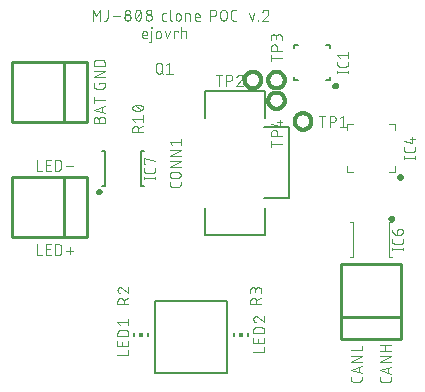
<source format=gbr>
G04 EAGLE Gerber X2 export*
%TF.Part,Single*%
%TF.FileFunction,Legend,Top,1*%
%TF.FilePolarity,Positive*%
%TF.GenerationSoftware,Autodesk,EAGLE,9.0.0*%
%TF.CreationDate,2018-04-27T21:03:23Z*%
G75*
%MOMM*%
%FSLAX34Y34*%
%LPD*%
%AMOC8*
5,1,8,0,0,1.08239X$1,22.5*%
G01*
%ADD10C,0.076200*%
%ADD11C,0.127000*%
%ADD12C,0.300000*%
%ADD13C,0.101600*%
%ADD14C,0.254000*%
%ADD15R,0.150000X0.300000*%
%ADD16R,0.300000X0.300000*%


D10*
X66987Y253949D02*
X66987Y256515D01*
X66989Y256614D01*
X66995Y256714D01*
X67004Y256813D01*
X67018Y256911D01*
X67035Y257009D01*
X67056Y257107D01*
X67081Y257203D01*
X67110Y257298D01*
X67142Y257393D01*
X67178Y257485D01*
X67217Y257577D01*
X67260Y257667D01*
X67306Y257755D01*
X67356Y257841D01*
X67409Y257925D01*
X67465Y258007D01*
X67525Y258087D01*
X67587Y258164D01*
X67653Y258239D01*
X67721Y258312D01*
X67792Y258381D01*
X67866Y258448D01*
X67942Y258512D01*
X68021Y258573D01*
X68102Y258631D01*
X68185Y258686D01*
X68270Y258737D01*
X68357Y258785D01*
X68446Y258830D01*
X68537Y258871D01*
X68629Y258909D01*
X68722Y258943D01*
X68817Y258973D01*
X68913Y259000D01*
X69010Y259023D01*
X69107Y259042D01*
X69206Y259057D01*
X69305Y259069D01*
X69404Y259077D01*
X69503Y259081D01*
X69603Y259081D01*
X69702Y259077D01*
X69801Y259069D01*
X69900Y259057D01*
X69999Y259042D01*
X70096Y259023D01*
X70193Y259000D01*
X70289Y258973D01*
X70384Y258943D01*
X70477Y258909D01*
X70569Y258871D01*
X70660Y258830D01*
X70749Y258785D01*
X70836Y258737D01*
X70921Y258686D01*
X71004Y258631D01*
X71085Y258573D01*
X71164Y258512D01*
X71240Y258448D01*
X71314Y258381D01*
X71385Y258312D01*
X71453Y258239D01*
X71519Y258164D01*
X71581Y258087D01*
X71641Y258007D01*
X71697Y257925D01*
X71750Y257841D01*
X71800Y257755D01*
X71846Y257667D01*
X71889Y257577D01*
X71928Y257485D01*
X71964Y257393D01*
X71996Y257298D01*
X72025Y257203D01*
X72050Y257107D01*
X72071Y257009D01*
X72088Y256911D01*
X72102Y256813D01*
X72111Y256714D01*
X72117Y256614D01*
X72119Y256515D01*
X72119Y253949D01*
X62881Y253949D01*
X62881Y256515D01*
X62883Y256605D01*
X62889Y256694D01*
X62899Y256783D01*
X62912Y256871D01*
X62930Y256959D01*
X62951Y257046D01*
X62976Y257132D01*
X63005Y257217D01*
X63037Y257301D01*
X63073Y257383D01*
X63113Y257463D01*
X63156Y257542D01*
X63203Y257618D01*
X63252Y257693D01*
X63305Y257765D01*
X63361Y257835D01*
X63420Y257902D01*
X63482Y257967D01*
X63547Y258029D01*
X63614Y258088D01*
X63684Y258144D01*
X63756Y258197D01*
X63831Y258246D01*
X63908Y258293D01*
X63986Y258336D01*
X64066Y258376D01*
X64148Y258412D01*
X64232Y258444D01*
X64317Y258473D01*
X64403Y258498D01*
X64490Y258519D01*
X64578Y258537D01*
X64666Y258550D01*
X64755Y258560D01*
X64844Y258566D01*
X64934Y258568D01*
X65024Y258566D01*
X65113Y258560D01*
X65202Y258550D01*
X65290Y258537D01*
X65378Y258519D01*
X65465Y258498D01*
X65551Y258473D01*
X65636Y258444D01*
X65720Y258412D01*
X65802Y258376D01*
X65882Y258336D01*
X65961Y258293D01*
X66037Y258246D01*
X66112Y258197D01*
X66184Y258144D01*
X66254Y258088D01*
X66321Y258029D01*
X66386Y257967D01*
X66448Y257902D01*
X66507Y257835D01*
X66563Y257765D01*
X66616Y257693D01*
X66665Y257618D01*
X66712Y257542D01*
X66755Y257463D01*
X66795Y257383D01*
X66831Y257301D01*
X66863Y257217D01*
X66892Y257132D01*
X66917Y257046D01*
X66938Y256959D01*
X66956Y256871D01*
X66969Y256783D01*
X66979Y256694D01*
X66985Y256605D01*
X66987Y256515D01*
X72119Y262006D02*
X62881Y265085D01*
X72119Y268164D01*
X69810Y267394D02*
X69810Y262775D01*
X72119Y273485D02*
X62881Y273485D01*
X62881Y270919D02*
X62881Y276051D01*
X66987Y286426D02*
X66987Y287966D01*
X72119Y287966D01*
X72119Y284887D01*
X72117Y284797D01*
X72111Y284708D01*
X72101Y284619D01*
X72088Y284531D01*
X72070Y284443D01*
X72049Y284356D01*
X72024Y284270D01*
X71995Y284185D01*
X71963Y284101D01*
X71927Y284019D01*
X71887Y283939D01*
X71844Y283861D01*
X71797Y283784D01*
X71748Y283709D01*
X71695Y283637D01*
X71639Y283567D01*
X71580Y283500D01*
X71518Y283435D01*
X71453Y283373D01*
X71386Y283314D01*
X71316Y283258D01*
X71244Y283205D01*
X71169Y283156D01*
X71093Y283109D01*
X71014Y283066D01*
X70934Y283026D01*
X70852Y282990D01*
X70768Y282958D01*
X70683Y282929D01*
X70597Y282904D01*
X70510Y282883D01*
X70422Y282865D01*
X70334Y282852D01*
X70245Y282842D01*
X70156Y282836D01*
X70066Y282834D01*
X64934Y282834D01*
X64844Y282836D01*
X64755Y282842D01*
X64666Y282852D01*
X64578Y282865D01*
X64490Y282883D01*
X64403Y282904D01*
X64317Y282929D01*
X64232Y282958D01*
X64148Y282990D01*
X64066Y283026D01*
X63986Y283066D01*
X63908Y283109D01*
X63831Y283156D01*
X63756Y283205D01*
X63684Y283258D01*
X63614Y283314D01*
X63547Y283373D01*
X63482Y283435D01*
X63420Y283500D01*
X63361Y283567D01*
X63305Y283637D01*
X63252Y283709D01*
X63203Y283784D01*
X63156Y283860D01*
X63113Y283939D01*
X63073Y284019D01*
X63037Y284101D01*
X63005Y284185D01*
X62976Y284270D01*
X62951Y284356D01*
X62930Y284443D01*
X62912Y284530D01*
X62899Y284619D01*
X62889Y284708D01*
X62883Y284797D01*
X62881Y284887D01*
X62881Y287966D01*
X62881Y292434D02*
X72119Y292434D01*
X72119Y297566D02*
X62881Y292434D01*
X62881Y297566D02*
X72119Y297566D01*
X72119Y302034D02*
X62881Y302034D01*
X62881Y304600D01*
X62883Y304698D01*
X62889Y304796D01*
X62898Y304894D01*
X62911Y304992D01*
X62928Y305089D01*
X62948Y305185D01*
X62973Y305280D01*
X63001Y305374D01*
X63032Y305467D01*
X63067Y305559D01*
X63106Y305650D01*
X63147Y305739D01*
X63193Y305826D01*
X63241Y305911D01*
X63293Y305995D01*
X63348Y306076D01*
X63406Y306156D01*
X63467Y306233D01*
X63531Y306307D01*
X63598Y306379D01*
X63668Y306449D01*
X63740Y306516D01*
X63814Y306580D01*
X63891Y306641D01*
X63971Y306699D01*
X64052Y306754D01*
X64136Y306806D01*
X64221Y306854D01*
X64308Y306900D01*
X64397Y306941D01*
X64488Y306980D01*
X64580Y307015D01*
X64673Y307046D01*
X64767Y307074D01*
X64862Y307099D01*
X64958Y307119D01*
X65055Y307136D01*
X65153Y307149D01*
X65251Y307158D01*
X65349Y307164D01*
X65447Y307166D01*
X69553Y307166D01*
X69651Y307164D01*
X69749Y307158D01*
X69847Y307149D01*
X69945Y307136D01*
X70042Y307119D01*
X70138Y307099D01*
X70233Y307074D01*
X70327Y307046D01*
X70420Y307015D01*
X70512Y306980D01*
X70603Y306941D01*
X70692Y306900D01*
X70779Y306854D01*
X70864Y306806D01*
X70948Y306754D01*
X71029Y306699D01*
X71109Y306641D01*
X71186Y306580D01*
X71260Y306516D01*
X71332Y306449D01*
X71402Y306379D01*
X71469Y306307D01*
X71533Y306233D01*
X71594Y306156D01*
X71652Y306076D01*
X71707Y305995D01*
X71759Y305911D01*
X71807Y305826D01*
X71853Y305739D01*
X71894Y305650D01*
X71933Y305559D01*
X71968Y305467D01*
X71999Y305374D01*
X72027Y305280D01*
X72052Y305185D01*
X72072Y305089D01*
X72089Y304992D01*
X72102Y304894D01*
X72111Y304796D01*
X72117Y304698D01*
X72119Y304600D01*
X72119Y302034D01*
X61853Y340381D02*
X61853Y349619D01*
X64933Y344487D01*
X68012Y349619D01*
X68012Y340381D01*
X74435Y342434D02*
X74435Y349619D01*
X74435Y342434D02*
X74433Y342344D01*
X74427Y342255D01*
X74417Y342166D01*
X74404Y342078D01*
X74386Y341990D01*
X74365Y341903D01*
X74340Y341817D01*
X74311Y341732D01*
X74279Y341648D01*
X74243Y341566D01*
X74203Y341486D01*
X74160Y341408D01*
X74113Y341331D01*
X74064Y341256D01*
X74011Y341184D01*
X73955Y341114D01*
X73896Y341047D01*
X73834Y340982D01*
X73769Y340920D01*
X73702Y340861D01*
X73632Y340805D01*
X73560Y340752D01*
X73485Y340703D01*
X73409Y340656D01*
X73330Y340613D01*
X73250Y340573D01*
X73168Y340537D01*
X73084Y340505D01*
X72999Y340476D01*
X72913Y340451D01*
X72826Y340430D01*
X72738Y340412D01*
X72650Y340399D01*
X72561Y340389D01*
X72472Y340383D01*
X72382Y340381D01*
X71355Y340381D01*
X78653Y343974D02*
X84812Y343974D01*
X88767Y342947D02*
X88769Y343046D01*
X88775Y343146D01*
X88784Y343245D01*
X88798Y343343D01*
X88815Y343441D01*
X88836Y343539D01*
X88861Y343635D01*
X88890Y343730D01*
X88922Y343825D01*
X88958Y343917D01*
X88997Y344009D01*
X89040Y344099D01*
X89086Y344187D01*
X89136Y344273D01*
X89189Y344357D01*
X89245Y344439D01*
X89305Y344519D01*
X89367Y344596D01*
X89433Y344671D01*
X89501Y344744D01*
X89572Y344813D01*
X89646Y344880D01*
X89722Y344944D01*
X89801Y345005D01*
X89882Y345063D01*
X89965Y345118D01*
X90050Y345169D01*
X90137Y345217D01*
X90226Y345262D01*
X90317Y345303D01*
X90409Y345341D01*
X90502Y345375D01*
X90597Y345405D01*
X90693Y345432D01*
X90790Y345455D01*
X90887Y345474D01*
X90986Y345489D01*
X91085Y345501D01*
X91184Y345509D01*
X91283Y345513D01*
X91383Y345513D01*
X91482Y345509D01*
X91581Y345501D01*
X91680Y345489D01*
X91779Y345474D01*
X91876Y345455D01*
X91973Y345432D01*
X92069Y345405D01*
X92164Y345375D01*
X92257Y345341D01*
X92349Y345303D01*
X92440Y345262D01*
X92529Y345217D01*
X92616Y345169D01*
X92701Y345118D01*
X92784Y345063D01*
X92865Y345005D01*
X92944Y344944D01*
X93020Y344880D01*
X93094Y344813D01*
X93165Y344744D01*
X93233Y344671D01*
X93299Y344596D01*
X93361Y344519D01*
X93421Y344439D01*
X93477Y344357D01*
X93530Y344273D01*
X93580Y344187D01*
X93626Y344099D01*
X93669Y344009D01*
X93708Y343917D01*
X93744Y343825D01*
X93776Y343730D01*
X93805Y343635D01*
X93830Y343539D01*
X93851Y343441D01*
X93868Y343343D01*
X93882Y343245D01*
X93891Y343146D01*
X93897Y343046D01*
X93899Y342947D01*
X93897Y342848D01*
X93891Y342748D01*
X93882Y342649D01*
X93868Y342551D01*
X93851Y342453D01*
X93830Y342355D01*
X93805Y342259D01*
X93776Y342164D01*
X93744Y342069D01*
X93708Y341977D01*
X93669Y341885D01*
X93626Y341795D01*
X93580Y341707D01*
X93530Y341621D01*
X93477Y341537D01*
X93421Y341455D01*
X93361Y341375D01*
X93299Y341298D01*
X93233Y341223D01*
X93165Y341150D01*
X93094Y341081D01*
X93020Y341014D01*
X92944Y340950D01*
X92865Y340889D01*
X92784Y340831D01*
X92701Y340776D01*
X92616Y340725D01*
X92529Y340677D01*
X92440Y340632D01*
X92349Y340591D01*
X92257Y340553D01*
X92164Y340519D01*
X92069Y340489D01*
X91973Y340462D01*
X91876Y340439D01*
X91779Y340420D01*
X91680Y340405D01*
X91581Y340393D01*
X91482Y340385D01*
X91383Y340381D01*
X91283Y340381D01*
X91184Y340385D01*
X91085Y340393D01*
X90986Y340405D01*
X90887Y340420D01*
X90790Y340439D01*
X90693Y340462D01*
X90597Y340489D01*
X90502Y340519D01*
X90409Y340553D01*
X90317Y340591D01*
X90226Y340632D01*
X90137Y340677D01*
X90050Y340725D01*
X89965Y340776D01*
X89882Y340831D01*
X89801Y340889D01*
X89722Y340950D01*
X89646Y341014D01*
X89572Y341081D01*
X89501Y341150D01*
X89433Y341223D01*
X89367Y341298D01*
X89305Y341375D01*
X89245Y341455D01*
X89189Y341537D01*
X89136Y341621D01*
X89086Y341707D01*
X89040Y341795D01*
X88997Y341885D01*
X88958Y341977D01*
X88922Y342069D01*
X88890Y342164D01*
X88861Y342259D01*
X88836Y342355D01*
X88815Y342453D01*
X88798Y342551D01*
X88784Y342649D01*
X88775Y342748D01*
X88769Y342848D01*
X88767Y342947D01*
X89280Y347566D02*
X89282Y347656D01*
X89288Y347745D01*
X89298Y347834D01*
X89311Y347922D01*
X89329Y348010D01*
X89350Y348097D01*
X89375Y348183D01*
X89404Y348268D01*
X89436Y348352D01*
X89472Y348434D01*
X89512Y348514D01*
X89555Y348593D01*
X89602Y348669D01*
X89651Y348744D01*
X89704Y348816D01*
X89760Y348886D01*
X89819Y348953D01*
X89881Y349018D01*
X89946Y349080D01*
X90013Y349139D01*
X90083Y349195D01*
X90155Y349248D01*
X90230Y349297D01*
X90307Y349344D01*
X90385Y349387D01*
X90465Y349427D01*
X90547Y349463D01*
X90631Y349495D01*
X90716Y349524D01*
X90802Y349549D01*
X90889Y349570D01*
X90977Y349588D01*
X91065Y349601D01*
X91154Y349611D01*
X91243Y349617D01*
X91333Y349619D01*
X91423Y349617D01*
X91512Y349611D01*
X91601Y349601D01*
X91689Y349588D01*
X91777Y349570D01*
X91864Y349549D01*
X91950Y349524D01*
X92035Y349495D01*
X92119Y349463D01*
X92201Y349427D01*
X92281Y349387D01*
X92360Y349344D01*
X92436Y349297D01*
X92511Y349248D01*
X92583Y349195D01*
X92653Y349139D01*
X92720Y349080D01*
X92785Y349018D01*
X92847Y348953D01*
X92906Y348886D01*
X92962Y348816D01*
X93015Y348744D01*
X93064Y348669D01*
X93111Y348593D01*
X93154Y348514D01*
X93194Y348434D01*
X93230Y348352D01*
X93262Y348268D01*
X93291Y348183D01*
X93316Y348097D01*
X93337Y348010D01*
X93355Y347922D01*
X93368Y347834D01*
X93378Y347745D01*
X93384Y347656D01*
X93386Y347566D01*
X93384Y347476D01*
X93378Y347387D01*
X93368Y347298D01*
X93355Y347210D01*
X93337Y347122D01*
X93316Y347035D01*
X93291Y346949D01*
X93262Y346864D01*
X93230Y346780D01*
X93194Y346698D01*
X93154Y346618D01*
X93111Y346540D01*
X93064Y346463D01*
X93015Y346388D01*
X92962Y346316D01*
X92906Y346246D01*
X92847Y346179D01*
X92785Y346114D01*
X92720Y346052D01*
X92653Y345993D01*
X92583Y345937D01*
X92511Y345884D01*
X92436Y345835D01*
X92360Y345788D01*
X92281Y345745D01*
X92201Y345705D01*
X92119Y345669D01*
X92035Y345637D01*
X91950Y345608D01*
X91864Y345583D01*
X91777Y345562D01*
X91689Y345544D01*
X91601Y345531D01*
X91512Y345521D01*
X91423Y345515D01*
X91333Y345513D01*
X91243Y345515D01*
X91154Y345521D01*
X91065Y345531D01*
X90977Y345544D01*
X90889Y345562D01*
X90802Y345583D01*
X90716Y345608D01*
X90631Y345637D01*
X90547Y345669D01*
X90465Y345705D01*
X90385Y345745D01*
X90307Y345788D01*
X90230Y345835D01*
X90155Y345884D01*
X90083Y345937D01*
X90013Y345993D01*
X89946Y346052D01*
X89881Y346114D01*
X89819Y346179D01*
X89760Y346246D01*
X89704Y346316D01*
X89651Y346388D01*
X89602Y346463D01*
X89555Y346540D01*
X89512Y346618D01*
X89472Y346698D01*
X89436Y346780D01*
X89404Y346864D01*
X89375Y346949D01*
X89350Y347035D01*
X89329Y347122D01*
X89311Y347210D01*
X89298Y347298D01*
X89288Y347387D01*
X89282Y347476D01*
X89280Y347566D01*
X97766Y345000D02*
X97768Y345182D01*
X97775Y345363D01*
X97786Y345545D01*
X97801Y345726D01*
X97820Y345907D01*
X97844Y346087D01*
X97872Y346266D01*
X97904Y346445D01*
X97941Y346623D01*
X97982Y346800D01*
X98027Y346976D01*
X98076Y347151D01*
X98130Y347325D01*
X98187Y347497D01*
X98249Y347668D01*
X98315Y347838D01*
X98384Y348006D01*
X98458Y348172D01*
X98536Y348336D01*
X98537Y348336D02*
X98566Y348415D01*
X98598Y348492D01*
X98634Y348569D01*
X98673Y348643D01*
X98716Y348716D01*
X98762Y348786D01*
X98810Y348855D01*
X98862Y348921D01*
X98917Y348985D01*
X98974Y349047D01*
X99034Y349105D01*
X99097Y349162D01*
X99162Y349215D01*
X99229Y349265D01*
X99299Y349313D01*
X99370Y349357D01*
X99444Y349398D01*
X99519Y349436D01*
X99596Y349470D01*
X99674Y349501D01*
X99753Y349528D01*
X99834Y349552D01*
X99916Y349573D01*
X99998Y349589D01*
X100081Y349602D01*
X100165Y349612D01*
X100249Y349617D01*
X100333Y349619D01*
X100417Y349617D01*
X100501Y349612D01*
X100585Y349602D01*
X100668Y349589D01*
X100750Y349573D01*
X100832Y349552D01*
X100913Y349528D01*
X100992Y349501D01*
X101070Y349470D01*
X101147Y349436D01*
X101222Y349398D01*
X101296Y349357D01*
X101367Y349313D01*
X101437Y349265D01*
X101504Y349215D01*
X101569Y349162D01*
X101632Y349105D01*
X101692Y349046D01*
X101749Y348985D01*
X101804Y348921D01*
X101856Y348855D01*
X101904Y348786D01*
X101950Y348716D01*
X101993Y348643D01*
X102032Y348568D01*
X102068Y348492D01*
X102100Y348415D01*
X102129Y348336D01*
X102207Y348172D01*
X102281Y348006D01*
X102350Y347838D01*
X102416Y347668D01*
X102478Y347497D01*
X102535Y347325D01*
X102589Y347151D01*
X102638Y346976D01*
X102683Y346800D01*
X102724Y346623D01*
X102761Y346445D01*
X102793Y346266D01*
X102821Y346087D01*
X102845Y345907D01*
X102864Y345726D01*
X102879Y345545D01*
X102890Y345363D01*
X102897Y345182D01*
X102899Y345000D01*
X97767Y345000D02*
X97769Y344818D01*
X97776Y344637D01*
X97787Y344455D01*
X97802Y344274D01*
X97821Y344093D01*
X97845Y343913D01*
X97873Y343734D01*
X97905Y343555D01*
X97942Y343377D01*
X97983Y343200D01*
X98028Y343024D01*
X98077Y342849D01*
X98131Y342675D01*
X98188Y342503D01*
X98250Y342332D01*
X98316Y342162D01*
X98385Y341995D01*
X98459Y341828D01*
X98537Y341664D01*
X98566Y341585D01*
X98598Y341508D01*
X98634Y341431D01*
X98673Y341357D01*
X98716Y341284D01*
X98762Y341214D01*
X98810Y341145D01*
X98862Y341079D01*
X98917Y341015D01*
X98974Y340953D01*
X99034Y340895D01*
X99097Y340838D01*
X99162Y340785D01*
X99229Y340735D01*
X99299Y340687D01*
X99370Y340643D01*
X99444Y340602D01*
X99519Y340564D01*
X99596Y340530D01*
X99674Y340499D01*
X99753Y340472D01*
X99834Y340448D01*
X99916Y340427D01*
X99998Y340411D01*
X100081Y340398D01*
X100165Y340388D01*
X100249Y340383D01*
X100333Y340381D01*
X102129Y341664D02*
X102207Y341828D01*
X102281Y341994D01*
X102350Y342162D01*
X102416Y342332D01*
X102478Y342503D01*
X102535Y342675D01*
X102589Y342849D01*
X102638Y343024D01*
X102683Y343200D01*
X102724Y343377D01*
X102761Y343555D01*
X102793Y343734D01*
X102821Y343913D01*
X102845Y344093D01*
X102864Y344274D01*
X102879Y344455D01*
X102890Y344637D01*
X102897Y344818D01*
X102899Y345000D01*
X102129Y341664D02*
X102100Y341585D01*
X102068Y341508D01*
X102032Y341431D01*
X101993Y341357D01*
X101950Y341284D01*
X101904Y341214D01*
X101856Y341145D01*
X101804Y341079D01*
X101749Y341015D01*
X101692Y340953D01*
X101632Y340895D01*
X101569Y340838D01*
X101504Y340785D01*
X101437Y340735D01*
X101367Y340687D01*
X101296Y340643D01*
X101222Y340602D01*
X101147Y340564D01*
X101070Y340530D01*
X100992Y340499D01*
X100913Y340472D01*
X100832Y340448D01*
X100750Y340427D01*
X100668Y340411D01*
X100585Y340398D01*
X100501Y340388D01*
X100417Y340383D01*
X100333Y340381D01*
X98280Y342434D02*
X102386Y347566D01*
X106767Y342947D02*
X106769Y343046D01*
X106775Y343146D01*
X106784Y343245D01*
X106798Y343343D01*
X106815Y343441D01*
X106836Y343539D01*
X106861Y343635D01*
X106890Y343730D01*
X106922Y343825D01*
X106958Y343917D01*
X106997Y344009D01*
X107040Y344099D01*
X107086Y344187D01*
X107136Y344273D01*
X107189Y344357D01*
X107245Y344439D01*
X107305Y344519D01*
X107367Y344596D01*
X107433Y344671D01*
X107501Y344744D01*
X107572Y344813D01*
X107646Y344880D01*
X107722Y344944D01*
X107801Y345005D01*
X107882Y345063D01*
X107965Y345118D01*
X108050Y345169D01*
X108137Y345217D01*
X108226Y345262D01*
X108317Y345303D01*
X108409Y345341D01*
X108502Y345375D01*
X108597Y345405D01*
X108693Y345432D01*
X108790Y345455D01*
X108887Y345474D01*
X108986Y345489D01*
X109085Y345501D01*
X109184Y345509D01*
X109283Y345513D01*
X109383Y345513D01*
X109482Y345509D01*
X109581Y345501D01*
X109680Y345489D01*
X109779Y345474D01*
X109876Y345455D01*
X109973Y345432D01*
X110069Y345405D01*
X110164Y345375D01*
X110257Y345341D01*
X110349Y345303D01*
X110440Y345262D01*
X110529Y345217D01*
X110616Y345169D01*
X110701Y345118D01*
X110784Y345063D01*
X110865Y345005D01*
X110944Y344944D01*
X111020Y344880D01*
X111094Y344813D01*
X111165Y344744D01*
X111233Y344671D01*
X111299Y344596D01*
X111361Y344519D01*
X111421Y344439D01*
X111477Y344357D01*
X111530Y344273D01*
X111580Y344187D01*
X111626Y344099D01*
X111669Y344009D01*
X111708Y343917D01*
X111744Y343825D01*
X111776Y343730D01*
X111805Y343635D01*
X111830Y343539D01*
X111851Y343441D01*
X111868Y343343D01*
X111882Y343245D01*
X111891Y343146D01*
X111897Y343046D01*
X111899Y342947D01*
X111897Y342848D01*
X111891Y342748D01*
X111882Y342649D01*
X111868Y342551D01*
X111851Y342453D01*
X111830Y342355D01*
X111805Y342259D01*
X111776Y342164D01*
X111744Y342069D01*
X111708Y341977D01*
X111669Y341885D01*
X111626Y341795D01*
X111580Y341707D01*
X111530Y341621D01*
X111477Y341537D01*
X111421Y341455D01*
X111361Y341375D01*
X111299Y341298D01*
X111233Y341223D01*
X111165Y341150D01*
X111094Y341081D01*
X111020Y341014D01*
X110944Y340950D01*
X110865Y340889D01*
X110784Y340831D01*
X110701Y340776D01*
X110616Y340725D01*
X110529Y340677D01*
X110440Y340632D01*
X110349Y340591D01*
X110257Y340553D01*
X110164Y340519D01*
X110069Y340489D01*
X109973Y340462D01*
X109876Y340439D01*
X109779Y340420D01*
X109680Y340405D01*
X109581Y340393D01*
X109482Y340385D01*
X109383Y340381D01*
X109283Y340381D01*
X109184Y340385D01*
X109085Y340393D01*
X108986Y340405D01*
X108887Y340420D01*
X108790Y340439D01*
X108693Y340462D01*
X108597Y340489D01*
X108502Y340519D01*
X108409Y340553D01*
X108317Y340591D01*
X108226Y340632D01*
X108137Y340677D01*
X108050Y340725D01*
X107965Y340776D01*
X107882Y340831D01*
X107801Y340889D01*
X107722Y340950D01*
X107646Y341014D01*
X107572Y341081D01*
X107501Y341150D01*
X107433Y341223D01*
X107367Y341298D01*
X107305Y341375D01*
X107245Y341455D01*
X107189Y341537D01*
X107136Y341621D01*
X107086Y341707D01*
X107040Y341795D01*
X106997Y341885D01*
X106958Y341977D01*
X106922Y342069D01*
X106890Y342164D01*
X106861Y342259D01*
X106836Y342355D01*
X106815Y342453D01*
X106798Y342551D01*
X106784Y342649D01*
X106775Y342748D01*
X106769Y342848D01*
X106767Y342947D01*
X107280Y347566D02*
X107282Y347656D01*
X107288Y347745D01*
X107298Y347834D01*
X107311Y347922D01*
X107329Y348010D01*
X107350Y348097D01*
X107375Y348183D01*
X107404Y348268D01*
X107436Y348352D01*
X107472Y348434D01*
X107512Y348514D01*
X107555Y348593D01*
X107602Y348669D01*
X107651Y348744D01*
X107704Y348816D01*
X107760Y348886D01*
X107819Y348953D01*
X107881Y349018D01*
X107946Y349080D01*
X108013Y349139D01*
X108083Y349195D01*
X108155Y349248D01*
X108230Y349297D01*
X108307Y349344D01*
X108385Y349387D01*
X108465Y349427D01*
X108547Y349463D01*
X108631Y349495D01*
X108716Y349524D01*
X108802Y349549D01*
X108889Y349570D01*
X108977Y349588D01*
X109065Y349601D01*
X109154Y349611D01*
X109243Y349617D01*
X109333Y349619D01*
X109423Y349617D01*
X109512Y349611D01*
X109601Y349601D01*
X109689Y349588D01*
X109777Y349570D01*
X109864Y349549D01*
X109950Y349524D01*
X110035Y349495D01*
X110119Y349463D01*
X110201Y349427D01*
X110281Y349387D01*
X110360Y349344D01*
X110436Y349297D01*
X110511Y349248D01*
X110583Y349195D01*
X110653Y349139D01*
X110720Y349080D01*
X110785Y349018D01*
X110847Y348953D01*
X110906Y348886D01*
X110962Y348816D01*
X111015Y348744D01*
X111064Y348669D01*
X111111Y348593D01*
X111154Y348514D01*
X111194Y348434D01*
X111230Y348352D01*
X111262Y348268D01*
X111291Y348183D01*
X111316Y348097D01*
X111337Y348010D01*
X111355Y347922D01*
X111368Y347834D01*
X111378Y347745D01*
X111384Y347656D01*
X111386Y347566D01*
X111384Y347476D01*
X111378Y347387D01*
X111368Y347298D01*
X111355Y347210D01*
X111337Y347122D01*
X111316Y347035D01*
X111291Y346949D01*
X111262Y346864D01*
X111230Y346780D01*
X111194Y346698D01*
X111154Y346618D01*
X111111Y346540D01*
X111064Y346463D01*
X111015Y346388D01*
X110962Y346316D01*
X110906Y346246D01*
X110847Y346179D01*
X110785Y346114D01*
X110720Y346052D01*
X110653Y345993D01*
X110583Y345937D01*
X110511Y345884D01*
X110436Y345835D01*
X110360Y345788D01*
X110281Y345745D01*
X110201Y345705D01*
X110119Y345669D01*
X110035Y345637D01*
X109950Y345608D01*
X109864Y345583D01*
X109777Y345562D01*
X109689Y345544D01*
X109601Y345531D01*
X109512Y345521D01*
X109423Y345515D01*
X109333Y345513D01*
X109243Y345515D01*
X109154Y345521D01*
X109065Y345531D01*
X108977Y345544D01*
X108889Y345562D01*
X108802Y345583D01*
X108716Y345608D01*
X108631Y345637D01*
X108547Y345669D01*
X108465Y345705D01*
X108385Y345745D01*
X108307Y345788D01*
X108230Y345835D01*
X108155Y345884D01*
X108083Y345937D01*
X108013Y345993D01*
X107946Y346052D01*
X107881Y346114D01*
X107819Y346179D01*
X107760Y346246D01*
X107704Y346316D01*
X107651Y346388D01*
X107602Y346463D01*
X107555Y346540D01*
X107512Y346618D01*
X107472Y346698D01*
X107436Y346780D01*
X107404Y346864D01*
X107375Y346949D01*
X107350Y347035D01*
X107329Y347122D01*
X107311Y347210D01*
X107298Y347298D01*
X107288Y347387D01*
X107282Y347476D01*
X107280Y347566D01*
X122030Y340381D02*
X124082Y340381D01*
X122030Y340381D02*
X121954Y340383D01*
X121879Y340388D01*
X121804Y340398D01*
X121730Y340411D01*
X121656Y340427D01*
X121583Y340447D01*
X121511Y340471D01*
X121441Y340498D01*
X121372Y340529D01*
X121304Y340563D01*
X121238Y340600D01*
X121174Y340641D01*
X121113Y340684D01*
X121053Y340731D01*
X120996Y340780D01*
X120941Y340832D01*
X120889Y340887D01*
X120840Y340944D01*
X120793Y341004D01*
X120750Y341065D01*
X120709Y341129D01*
X120672Y341195D01*
X120638Y341263D01*
X120607Y341332D01*
X120580Y341402D01*
X120556Y341474D01*
X120536Y341547D01*
X120520Y341621D01*
X120507Y341695D01*
X120497Y341770D01*
X120492Y341845D01*
X120490Y341921D01*
X120490Y345000D01*
X120492Y345076D01*
X120497Y345151D01*
X120507Y345226D01*
X120520Y345300D01*
X120536Y345374D01*
X120556Y345447D01*
X120580Y345519D01*
X120607Y345589D01*
X120638Y345658D01*
X120672Y345726D01*
X120709Y345792D01*
X120750Y345856D01*
X120793Y345917D01*
X120840Y345977D01*
X120889Y346034D01*
X120941Y346089D01*
X120996Y346141D01*
X121053Y346190D01*
X121113Y346237D01*
X121174Y346280D01*
X121238Y346321D01*
X121304Y346358D01*
X121372Y346392D01*
X121441Y346423D01*
X121511Y346450D01*
X121583Y346474D01*
X121656Y346494D01*
X121730Y346510D01*
X121804Y346523D01*
X121879Y346533D01*
X121954Y346538D01*
X122030Y346540D01*
X124082Y346540D01*
X127502Y349619D02*
X127502Y341921D01*
X127501Y341921D02*
X127503Y341845D01*
X127508Y341770D01*
X127518Y341695D01*
X127531Y341621D01*
X127547Y341547D01*
X127567Y341474D01*
X127591Y341402D01*
X127618Y341332D01*
X127649Y341263D01*
X127683Y341195D01*
X127720Y341129D01*
X127761Y341065D01*
X127804Y341004D01*
X127851Y340944D01*
X127900Y340887D01*
X127952Y340832D01*
X128007Y340780D01*
X128064Y340731D01*
X128124Y340684D01*
X128185Y340641D01*
X128249Y340600D01*
X128315Y340563D01*
X128383Y340529D01*
X128452Y340498D01*
X128522Y340471D01*
X128594Y340447D01*
X128667Y340427D01*
X128741Y340411D01*
X128815Y340398D01*
X128890Y340388D01*
X128965Y340383D01*
X129041Y340381D01*
X132180Y342434D02*
X132180Y344487D01*
X132182Y344577D01*
X132188Y344666D01*
X132198Y344755D01*
X132211Y344843D01*
X132229Y344931D01*
X132250Y345018D01*
X132275Y345104D01*
X132304Y345189D01*
X132336Y345273D01*
X132372Y345355D01*
X132412Y345435D01*
X132455Y345514D01*
X132502Y345590D01*
X132551Y345665D01*
X132604Y345737D01*
X132660Y345807D01*
X132719Y345874D01*
X132781Y345939D01*
X132846Y346001D01*
X132913Y346060D01*
X132983Y346116D01*
X133055Y346169D01*
X133130Y346218D01*
X133207Y346265D01*
X133285Y346308D01*
X133365Y346348D01*
X133447Y346384D01*
X133531Y346416D01*
X133616Y346445D01*
X133702Y346470D01*
X133789Y346491D01*
X133877Y346509D01*
X133965Y346522D01*
X134054Y346532D01*
X134143Y346538D01*
X134233Y346540D01*
X134323Y346538D01*
X134412Y346532D01*
X134501Y346522D01*
X134589Y346509D01*
X134677Y346491D01*
X134764Y346470D01*
X134850Y346445D01*
X134935Y346416D01*
X135019Y346384D01*
X135101Y346348D01*
X135181Y346308D01*
X135260Y346265D01*
X135336Y346218D01*
X135411Y346169D01*
X135483Y346116D01*
X135553Y346060D01*
X135620Y346001D01*
X135685Y345939D01*
X135747Y345874D01*
X135806Y345807D01*
X135862Y345737D01*
X135915Y345665D01*
X135964Y345590D01*
X136011Y345514D01*
X136054Y345435D01*
X136094Y345355D01*
X136130Y345273D01*
X136162Y345189D01*
X136191Y345104D01*
X136216Y345018D01*
X136237Y344931D01*
X136255Y344843D01*
X136268Y344755D01*
X136278Y344666D01*
X136284Y344577D01*
X136286Y344487D01*
X136285Y344487D02*
X136285Y342434D01*
X136286Y342434D02*
X136284Y342344D01*
X136278Y342255D01*
X136268Y342166D01*
X136255Y342078D01*
X136237Y341990D01*
X136216Y341903D01*
X136191Y341817D01*
X136162Y341732D01*
X136130Y341648D01*
X136094Y341566D01*
X136054Y341486D01*
X136011Y341408D01*
X135964Y341331D01*
X135915Y341256D01*
X135862Y341184D01*
X135806Y341114D01*
X135747Y341047D01*
X135685Y340982D01*
X135620Y340920D01*
X135553Y340861D01*
X135483Y340805D01*
X135411Y340752D01*
X135336Y340703D01*
X135260Y340656D01*
X135181Y340613D01*
X135101Y340573D01*
X135019Y340537D01*
X134935Y340505D01*
X134850Y340476D01*
X134764Y340451D01*
X134677Y340430D01*
X134589Y340412D01*
X134501Y340399D01*
X134412Y340389D01*
X134323Y340383D01*
X134233Y340381D01*
X134143Y340383D01*
X134054Y340389D01*
X133965Y340399D01*
X133877Y340412D01*
X133789Y340430D01*
X133702Y340451D01*
X133616Y340476D01*
X133531Y340505D01*
X133447Y340537D01*
X133365Y340573D01*
X133285Y340613D01*
X133207Y340656D01*
X133130Y340703D01*
X133055Y340752D01*
X132983Y340805D01*
X132913Y340861D01*
X132846Y340920D01*
X132781Y340982D01*
X132719Y341047D01*
X132660Y341114D01*
X132604Y341184D01*
X132551Y341256D01*
X132502Y341331D01*
X132455Y341408D01*
X132412Y341486D01*
X132372Y341566D01*
X132336Y341648D01*
X132304Y341732D01*
X132275Y341817D01*
X132250Y341903D01*
X132229Y341990D01*
X132211Y342078D01*
X132198Y342166D01*
X132188Y342255D01*
X132182Y342344D01*
X132180Y342434D01*
X140280Y340381D02*
X140280Y346540D01*
X142846Y346540D01*
X142922Y346538D01*
X142997Y346533D01*
X143072Y346523D01*
X143146Y346510D01*
X143220Y346494D01*
X143293Y346474D01*
X143365Y346450D01*
X143435Y346423D01*
X143504Y346392D01*
X143572Y346358D01*
X143638Y346321D01*
X143702Y346280D01*
X143763Y346237D01*
X143823Y346190D01*
X143880Y346141D01*
X143935Y346089D01*
X143987Y346034D01*
X144036Y345977D01*
X144083Y345917D01*
X144126Y345856D01*
X144167Y345792D01*
X144204Y345726D01*
X144238Y345658D01*
X144269Y345589D01*
X144296Y345519D01*
X144320Y345447D01*
X144340Y345374D01*
X144356Y345300D01*
X144369Y345226D01*
X144379Y345151D01*
X144384Y345076D01*
X144386Y345000D01*
X144385Y345000D02*
X144385Y340381D01*
X149919Y340381D02*
X152485Y340381D01*
X149919Y340381D02*
X149843Y340383D01*
X149768Y340388D01*
X149693Y340398D01*
X149619Y340411D01*
X149545Y340427D01*
X149472Y340447D01*
X149400Y340471D01*
X149330Y340498D01*
X149261Y340529D01*
X149193Y340563D01*
X149127Y340600D01*
X149063Y340641D01*
X149002Y340684D01*
X148942Y340731D01*
X148885Y340780D01*
X148830Y340832D01*
X148778Y340887D01*
X148729Y340944D01*
X148682Y341004D01*
X148639Y341065D01*
X148598Y341129D01*
X148561Y341195D01*
X148527Y341263D01*
X148496Y341332D01*
X148469Y341402D01*
X148445Y341474D01*
X148425Y341547D01*
X148409Y341621D01*
X148396Y341695D01*
X148386Y341770D01*
X148381Y341845D01*
X148379Y341921D01*
X148380Y341921D02*
X148380Y344487D01*
X148382Y344577D01*
X148388Y344666D01*
X148398Y344755D01*
X148411Y344843D01*
X148429Y344931D01*
X148450Y345018D01*
X148475Y345104D01*
X148504Y345189D01*
X148536Y345273D01*
X148572Y345355D01*
X148612Y345435D01*
X148655Y345514D01*
X148702Y345590D01*
X148751Y345665D01*
X148804Y345737D01*
X148860Y345807D01*
X148919Y345874D01*
X148981Y345939D01*
X149046Y346001D01*
X149113Y346060D01*
X149183Y346116D01*
X149255Y346169D01*
X149330Y346218D01*
X149407Y346265D01*
X149485Y346308D01*
X149565Y346348D01*
X149647Y346384D01*
X149731Y346416D01*
X149816Y346445D01*
X149902Y346470D01*
X149989Y346491D01*
X150077Y346509D01*
X150165Y346522D01*
X150254Y346532D01*
X150343Y346538D01*
X150433Y346540D01*
X150523Y346538D01*
X150612Y346532D01*
X150701Y346522D01*
X150789Y346509D01*
X150877Y346491D01*
X150964Y346470D01*
X151050Y346445D01*
X151135Y346416D01*
X151219Y346384D01*
X151301Y346348D01*
X151381Y346308D01*
X151460Y346265D01*
X151536Y346218D01*
X151611Y346169D01*
X151683Y346116D01*
X151753Y346060D01*
X151820Y346001D01*
X151885Y345939D01*
X151947Y345874D01*
X152006Y345807D01*
X152062Y345737D01*
X152115Y345665D01*
X152164Y345590D01*
X152211Y345514D01*
X152254Y345435D01*
X152294Y345355D01*
X152330Y345273D01*
X152362Y345189D01*
X152391Y345104D01*
X152416Y345018D01*
X152437Y344931D01*
X152455Y344843D01*
X152468Y344755D01*
X152478Y344666D01*
X152484Y344577D01*
X152486Y344487D01*
X152485Y344487D02*
X152485Y343460D01*
X148380Y343460D01*
X161497Y340381D02*
X161497Y349619D01*
X164063Y349619D01*
X164162Y349617D01*
X164262Y349611D01*
X164361Y349602D01*
X164459Y349588D01*
X164557Y349571D01*
X164655Y349550D01*
X164751Y349525D01*
X164846Y349496D01*
X164941Y349464D01*
X165033Y349428D01*
X165125Y349389D01*
X165215Y349346D01*
X165303Y349300D01*
X165389Y349250D01*
X165473Y349197D01*
X165555Y349141D01*
X165635Y349081D01*
X165712Y349019D01*
X165787Y348953D01*
X165860Y348885D01*
X165929Y348814D01*
X165996Y348740D01*
X166060Y348664D01*
X166121Y348585D01*
X166179Y348504D01*
X166234Y348421D01*
X166285Y348336D01*
X166333Y348249D01*
X166378Y348160D01*
X166419Y348069D01*
X166457Y347977D01*
X166491Y347884D01*
X166521Y347789D01*
X166548Y347693D01*
X166571Y347596D01*
X166590Y347499D01*
X166605Y347400D01*
X166617Y347301D01*
X166625Y347202D01*
X166629Y347103D01*
X166629Y347003D01*
X166625Y346904D01*
X166617Y346805D01*
X166605Y346706D01*
X166590Y346607D01*
X166571Y346510D01*
X166548Y346413D01*
X166521Y346317D01*
X166491Y346222D01*
X166457Y346129D01*
X166419Y346037D01*
X166378Y345946D01*
X166333Y345857D01*
X166285Y345770D01*
X166234Y345685D01*
X166179Y345602D01*
X166121Y345521D01*
X166060Y345442D01*
X165996Y345366D01*
X165929Y345292D01*
X165860Y345221D01*
X165787Y345153D01*
X165712Y345087D01*
X165635Y345025D01*
X165555Y344965D01*
X165473Y344909D01*
X165389Y344856D01*
X165303Y344806D01*
X165215Y344760D01*
X165125Y344717D01*
X165033Y344678D01*
X164941Y344642D01*
X164846Y344610D01*
X164751Y344581D01*
X164655Y344556D01*
X164557Y344535D01*
X164459Y344518D01*
X164361Y344504D01*
X164262Y344495D01*
X164162Y344489D01*
X164063Y344487D01*
X161497Y344487D01*
X170066Y342947D02*
X170066Y347053D01*
X170068Y347152D01*
X170074Y347252D01*
X170083Y347351D01*
X170097Y347449D01*
X170114Y347547D01*
X170135Y347645D01*
X170160Y347741D01*
X170189Y347836D01*
X170221Y347931D01*
X170257Y348023D01*
X170296Y348115D01*
X170339Y348205D01*
X170385Y348293D01*
X170435Y348379D01*
X170488Y348463D01*
X170544Y348545D01*
X170604Y348625D01*
X170666Y348702D01*
X170732Y348777D01*
X170800Y348850D01*
X170871Y348919D01*
X170945Y348986D01*
X171021Y349050D01*
X171100Y349111D01*
X171181Y349169D01*
X171264Y349224D01*
X171349Y349275D01*
X171436Y349323D01*
X171525Y349368D01*
X171616Y349409D01*
X171708Y349447D01*
X171801Y349481D01*
X171896Y349511D01*
X171992Y349538D01*
X172089Y349561D01*
X172186Y349580D01*
X172285Y349595D01*
X172384Y349607D01*
X172483Y349615D01*
X172582Y349619D01*
X172682Y349619D01*
X172781Y349615D01*
X172880Y349607D01*
X172979Y349595D01*
X173078Y349580D01*
X173175Y349561D01*
X173272Y349538D01*
X173368Y349511D01*
X173463Y349481D01*
X173556Y349447D01*
X173648Y349409D01*
X173739Y349368D01*
X173828Y349323D01*
X173915Y349275D01*
X174000Y349224D01*
X174083Y349169D01*
X174164Y349111D01*
X174243Y349050D01*
X174319Y348986D01*
X174393Y348919D01*
X174464Y348850D01*
X174532Y348777D01*
X174598Y348702D01*
X174660Y348625D01*
X174720Y348545D01*
X174776Y348463D01*
X174829Y348379D01*
X174879Y348293D01*
X174925Y348205D01*
X174968Y348115D01*
X175007Y348023D01*
X175043Y347931D01*
X175075Y347836D01*
X175104Y347741D01*
X175129Y347645D01*
X175150Y347547D01*
X175167Y347449D01*
X175181Y347351D01*
X175190Y347252D01*
X175196Y347152D01*
X175198Y347053D01*
X175199Y347053D02*
X175199Y342947D01*
X175198Y342947D02*
X175196Y342848D01*
X175190Y342748D01*
X175181Y342649D01*
X175167Y342551D01*
X175150Y342453D01*
X175129Y342355D01*
X175104Y342259D01*
X175075Y342164D01*
X175043Y342069D01*
X175007Y341977D01*
X174968Y341885D01*
X174925Y341795D01*
X174879Y341707D01*
X174829Y341621D01*
X174776Y341537D01*
X174720Y341455D01*
X174660Y341375D01*
X174598Y341298D01*
X174532Y341223D01*
X174464Y341150D01*
X174393Y341081D01*
X174319Y341014D01*
X174243Y340950D01*
X174164Y340889D01*
X174083Y340831D01*
X174000Y340776D01*
X173915Y340725D01*
X173828Y340677D01*
X173739Y340632D01*
X173648Y340591D01*
X173556Y340553D01*
X173463Y340519D01*
X173368Y340489D01*
X173272Y340462D01*
X173175Y340439D01*
X173078Y340420D01*
X172979Y340405D01*
X172880Y340393D01*
X172781Y340385D01*
X172682Y340381D01*
X172582Y340381D01*
X172483Y340385D01*
X172384Y340393D01*
X172285Y340405D01*
X172186Y340420D01*
X172089Y340439D01*
X171992Y340462D01*
X171896Y340489D01*
X171801Y340519D01*
X171708Y340553D01*
X171616Y340591D01*
X171525Y340632D01*
X171436Y340677D01*
X171349Y340725D01*
X171264Y340776D01*
X171181Y340831D01*
X171100Y340889D01*
X171021Y340950D01*
X170945Y341014D01*
X170871Y341081D01*
X170800Y341150D01*
X170732Y341223D01*
X170666Y341298D01*
X170604Y341375D01*
X170544Y341455D01*
X170488Y341537D01*
X170435Y341621D01*
X170385Y341707D01*
X170339Y341795D01*
X170296Y341885D01*
X170257Y341977D01*
X170221Y342069D01*
X170189Y342164D01*
X170160Y342259D01*
X170135Y342355D01*
X170114Y342453D01*
X170097Y342551D01*
X170083Y342649D01*
X170074Y342748D01*
X170068Y342848D01*
X170066Y342947D01*
X181094Y340381D02*
X183147Y340381D01*
X181094Y340381D02*
X181004Y340383D01*
X180915Y340389D01*
X180826Y340399D01*
X180738Y340412D01*
X180650Y340430D01*
X180563Y340451D01*
X180477Y340476D01*
X180392Y340505D01*
X180308Y340537D01*
X180226Y340573D01*
X180146Y340613D01*
X180068Y340656D01*
X179991Y340703D01*
X179916Y340752D01*
X179844Y340805D01*
X179774Y340861D01*
X179707Y340920D01*
X179642Y340982D01*
X179580Y341047D01*
X179521Y341114D01*
X179465Y341184D01*
X179412Y341256D01*
X179363Y341331D01*
X179316Y341408D01*
X179273Y341486D01*
X179233Y341566D01*
X179197Y341648D01*
X179165Y341732D01*
X179136Y341817D01*
X179111Y341903D01*
X179090Y341990D01*
X179072Y342078D01*
X179059Y342166D01*
X179049Y342255D01*
X179043Y342344D01*
X179041Y342434D01*
X179041Y347566D01*
X179043Y347656D01*
X179049Y347745D01*
X179059Y347834D01*
X179072Y347922D01*
X179090Y348010D01*
X179111Y348097D01*
X179136Y348183D01*
X179165Y348268D01*
X179197Y348352D01*
X179233Y348434D01*
X179273Y348514D01*
X179316Y348592D01*
X179363Y348669D01*
X179412Y348744D01*
X179465Y348816D01*
X179521Y348886D01*
X179580Y348953D01*
X179642Y349018D01*
X179707Y349080D01*
X179774Y349139D01*
X179844Y349195D01*
X179916Y349248D01*
X179991Y349297D01*
X180067Y349344D01*
X180146Y349387D01*
X180226Y349427D01*
X180308Y349463D01*
X180392Y349495D01*
X180477Y349524D01*
X180563Y349549D01*
X180650Y349570D01*
X180737Y349588D01*
X180826Y349601D01*
X180915Y349611D01*
X181004Y349617D01*
X181094Y349619D01*
X183147Y349619D01*
X108053Y325381D02*
X105487Y325381D01*
X105411Y325383D01*
X105336Y325388D01*
X105261Y325398D01*
X105187Y325411D01*
X105113Y325427D01*
X105040Y325447D01*
X104968Y325471D01*
X104898Y325498D01*
X104829Y325529D01*
X104761Y325563D01*
X104695Y325600D01*
X104631Y325641D01*
X104570Y325684D01*
X104510Y325731D01*
X104453Y325780D01*
X104398Y325832D01*
X104346Y325887D01*
X104297Y325944D01*
X104250Y326004D01*
X104207Y326065D01*
X104166Y326129D01*
X104129Y326195D01*
X104095Y326263D01*
X104064Y326332D01*
X104037Y326402D01*
X104013Y326474D01*
X103993Y326547D01*
X103977Y326621D01*
X103964Y326695D01*
X103954Y326770D01*
X103949Y326845D01*
X103947Y326921D01*
X103947Y329487D01*
X103949Y329577D01*
X103955Y329666D01*
X103965Y329755D01*
X103978Y329843D01*
X103996Y329931D01*
X104017Y330018D01*
X104042Y330104D01*
X104071Y330189D01*
X104103Y330273D01*
X104139Y330355D01*
X104179Y330435D01*
X104222Y330514D01*
X104269Y330590D01*
X104318Y330665D01*
X104371Y330737D01*
X104427Y330807D01*
X104486Y330874D01*
X104548Y330939D01*
X104613Y331001D01*
X104680Y331060D01*
X104750Y331116D01*
X104822Y331169D01*
X104897Y331218D01*
X104974Y331265D01*
X105052Y331308D01*
X105132Y331348D01*
X105214Y331384D01*
X105298Y331416D01*
X105383Y331445D01*
X105469Y331470D01*
X105556Y331491D01*
X105644Y331509D01*
X105732Y331522D01*
X105821Y331532D01*
X105910Y331538D01*
X106000Y331540D01*
X106090Y331538D01*
X106179Y331532D01*
X106268Y331522D01*
X106356Y331509D01*
X106444Y331491D01*
X106531Y331470D01*
X106617Y331445D01*
X106702Y331416D01*
X106786Y331384D01*
X106868Y331348D01*
X106948Y331308D01*
X107027Y331265D01*
X107103Y331218D01*
X107178Y331169D01*
X107250Y331116D01*
X107320Y331060D01*
X107387Y331001D01*
X107452Y330939D01*
X107514Y330874D01*
X107573Y330807D01*
X107629Y330737D01*
X107682Y330665D01*
X107731Y330590D01*
X107778Y330514D01*
X107821Y330435D01*
X107861Y330355D01*
X107897Y330273D01*
X107929Y330189D01*
X107958Y330104D01*
X107983Y330018D01*
X108004Y329931D01*
X108022Y329843D01*
X108035Y329755D01*
X108045Y329666D01*
X108051Y329577D01*
X108053Y329487D01*
X108053Y328460D01*
X103947Y328460D01*
X111548Y331540D02*
X111548Y323841D01*
X111546Y323763D01*
X111540Y323685D01*
X111530Y323608D01*
X111516Y323531D01*
X111499Y323455D01*
X111477Y323380D01*
X111452Y323306D01*
X111423Y323234D01*
X111391Y323163D01*
X111354Y323094D01*
X111315Y323026D01*
X111272Y322961D01*
X111226Y322898D01*
X111176Y322838D01*
X111124Y322780D01*
X111069Y322725D01*
X111011Y322673D01*
X110951Y322623D01*
X110888Y322577D01*
X110823Y322534D01*
X110755Y322495D01*
X110686Y322458D01*
X110615Y322426D01*
X110543Y322397D01*
X110469Y322372D01*
X110394Y322350D01*
X110318Y322333D01*
X110241Y322319D01*
X110164Y322309D01*
X110086Y322303D01*
X110008Y322301D01*
X110009Y322302D02*
X109495Y322302D01*
X111292Y334106D02*
X111292Y334619D01*
X111805Y334619D01*
X111805Y334106D01*
X111292Y334106D01*
X115347Y329487D02*
X115347Y327434D01*
X115347Y329487D02*
X115349Y329577D01*
X115355Y329666D01*
X115365Y329755D01*
X115378Y329843D01*
X115396Y329931D01*
X115417Y330018D01*
X115442Y330104D01*
X115471Y330189D01*
X115503Y330273D01*
X115539Y330355D01*
X115579Y330435D01*
X115622Y330514D01*
X115669Y330590D01*
X115718Y330665D01*
X115771Y330737D01*
X115827Y330807D01*
X115886Y330874D01*
X115948Y330939D01*
X116013Y331001D01*
X116080Y331060D01*
X116150Y331116D01*
X116222Y331169D01*
X116297Y331218D01*
X116374Y331265D01*
X116452Y331308D01*
X116532Y331348D01*
X116614Y331384D01*
X116698Y331416D01*
X116783Y331445D01*
X116869Y331470D01*
X116956Y331491D01*
X117044Y331509D01*
X117132Y331522D01*
X117221Y331532D01*
X117310Y331538D01*
X117400Y331540D01*
X117490Y331538D01*
X117579Y331532D01*
X117668Y331522D01*
X117756Y331509D01*
X117844Y331491D01*
X117931Y331470D01*
X118017Y331445D01*
X118102Y331416D01*
X118186Y331384D01*
X118268Y331348D01*
X118348Y331308D01*
X118427Y331265D01*
X118503Y331218D01*
X118578Y331169D01*
X118650Y331116D01*
X118720Y331060D01*
X118787Y331001D01*
X118852Y330939D01*
X118914Y330874D01*
X118973Y330807D01*
X119029Y330737D01*
X119082Y330665D01*
X119131Y330590D01*
X119178Y330514D01*
X119221Y330435D01*
X119261Y330355D01*
X119297Y330273D01*
X119329Y330189D01*
X119358Y330104D01*
X119383Y330018D01*
X119404Y329931D01*
X119422Y329843D01*
X119435Y329755D01*
X119445Y329666D01*
X119451Y329577D01*
X119453Y329487D01*
X119453Y327434D01*
X119451Y327344D01*
X119445Y327255D01*
X119435Y327166D01*
X119422Y327078D01*
X119404Y326990D01*
X119383Y326903D01*
X119358Y326817D01*
X119329Y326732D01*
X119297Y326648D01*
X119261Y326566D01*
X119221Y326486D01*
X119178Y326408D01*
X119131Y326331D01*
X119082Y326256D01*
X119029Y326184D01*
X118973Y326114D01*
X118914Y326047D01*
X118852Y325982D01*
X118787Y325920D01*
X118720Y325861D01*
X118650Y325805D01*
X118578Y325752D01*
X118503Y325703D01*
X118427Y325656D01*
X118348Y325613D01*
X118268Y325573D01*
X118186Y325537D01*
X118102Y325505D01*
X118017Y325476D01*
X117931Y325451D01*
X117844Y325430D01*
X117756Y325412D01*
X117668Y325399D01*
X117579Y325389D01*
X117490Y325383D01*
X117400Y325381D01*
X117310Y325383D01*
X117221Y325389D01*
X117132Y325399D01*
X117044Y325412D01*
X116956Y325430D01*
X116869Y325451D01*
X116783Y325476D01*
X116698Y325505D01*
X116614Y325537D01*
X116532Y325573D01*
X116452Y325613D01*
X116374Y325656D01*
X116297Y325703D01*
X116222Y325752D01*
X116150Y325805D01*
X116080Y325861D01*
X116013Y325920D01*
X115948Y325982D01*
X115886Y326047D01*
X115827Y326114D01*
X115771Y326184D01*
X115718Y326256D01*
X115669Y326331D01*
X115622Y326408D01*
X115579Y326486D01*
X115539Y326566D01*
X115503Y326648D01*
X115471Y326732D01*
X115442Y326817D01*
X115417Y326903D01*
X115396Y326990D01*
X115378Y327078D01*
X115365Y327166D01*
X115355Y327255D01*
X115349Y327344D01*
X115347Y327434D01*
X122847Y331540D02*
X124900Y325381D01*
X126953Y331540D01*
X130698Y331540D02*
X130698Y325381D01*
X130698Y331540D02*
X133778Y331540D01*
X133778Y330513D01*
X136947Y334619D02*
X136947Y325381D01*
X136947Y331540D02*
X139513Y331540D01*
X139589Y331538D01*
X139664Y331533D01*
X139739Y331523D01*
X139813Y331510D01*
X139887Y331494D01*
X139960Y331474D01*
X140032Y331450D01*
X140102Y331423D01*
X140171Y331392D01*
X140239Y331358D01*
X140305Y331321D01*
X140369Y331280D01*
X140430Y331237D01*
X140490Y331190D01*
X140547Y331141D01*
X140602Y331089D01*
X140654Y331034D01*
X140703Y330977D01*
X140750Y330917D01*
X140793Y330856D01*
X140834Y330792D01*
X140871Y330726D01*
X140905Y330658D01*
X140936Y330589D01*
X140963Y330519D01*
X140987Y330447D01*
X141007Y330374D01*
X141023Y330300D01*
X141036Y330226D01*
X141046Y330151D01*
X141051Y330076D01*
X141053Y330000D01*
X141053Y325381D01*
X14436Y151119D02*
X14436Y141881D01*
X18542Y141881D01*
X22236Y141881D02*
X26342Y141881D01*
X22236Y141881D02*
X22236Y151119D01*
X26342Y151119D01*
X25315Y147013D02*
X22236Y147013D01*
X30019Y151119D02*
X30019Y141881D01*
X30019Y151119D02*
X32585Y151119D01*
X32683Y151117D01*
X32781Y151111D01*
X32879Y151102D01*
X32977Y151089D01*
X33074Y151072D01*
X33170Y151052D01*
X33265Y151027D01*
X33359Y150999D01*
X33452Y150968D01*
X33544Y150933D01*
X33635Y150894D01*
X33724Y150853D01*
X33811Y150807D01*
X33896Y150759D01*
X33980Y150707D01*
X34061Y150652D01*
X34141Y150594D01*
X34218Y150533D01*
X34292Y150469D01*
X34364Y150402D01*
X34434Y150332D01*
X34501Y150260D01*
X34565Y150186D01*
X34626Y150109D01*
X34684Y150029D01*
X34739Y149948D01*
X34791Y149864D01*
X34839Y149779D01*
X34885Y149692D01*
X34926Y149603D01*
X34965Y149512D01*
X35000Y149420D01*
X35031Y149327D01*
X35059Y149233D01*
X35084Y149138D01*
X35104Y149042D01*
X35121Y148945D01*
X35134Y148847D01*
X35143Y148749D01*
X35149Y148651D01*
X35151Y148553D01*
X35151Y144447D01*
X35149Y144349D01*
X35143Y144251D01*
X35134Y144153D01*
X35121Y144055D01*
X35104Y143958D01*
X35084Y143862D01*
X35059Y143767D01*
X35031Y143673D01*
X35000Y143580D01*
X34965Y143488D01*
X34926Y143397D01*
X34885Y143308D01*
X34839Y143221D01*
X34791Y143136D01*
X34739Y143052D01*
X34684Y142971D01*
X34626Y142891D01*
X34565Y142814D01*
X34501Y142740D01*
X34434Y142668D01*
X34364Y142598D01*
X34292Y142531D01*
X34218Y142467D01*
X34141Y142406D01*
X34061Y142348D01*
X33980Y142293D01*
X33896Y142241D01*
X33811Y142193D01*
X33724Y142147D01*
X33635Y142106D01*
X33544Y142067D01*
X33452Y142032D01*
X33359Y142001D01*
X33265Y141973D01*
X33170Y141948D01*
X33074Y141928D01*
X32977Y141911D01*
X32879Y141898D01*
X32781Y141889D01*
X32683Y141883D01*
X32585Y141881D01*
X30019Y141881D01*
X39405Y145474D02*
X45564Y145474D01*
X42485Y148553D02*
X42485Y142394D01*
X14436Y213381D02*
X14436Y222619D01*
X14436Y213381D02*
X18542Y213381D01*
X22236Y213381D02*
X26342Y213381D01*
X22236Y213381D02*
X22236Y222619D01*
X26342Y222619D01*
X25315Y218513D02*
X22236Y218513D01*
X30019Y222619D02*
X30019Y213381D01*
X30019Y222619D02*
X32585Y222619D01*
X32683Y222617D01*
X32781Y222611D01*
X32879Y222602D01*
X32977Y222589D01*
X33074Y222572D01*
X33170Y222552D01*
X33265Y222527D01*
X33359Y222499D01*
X33452Y222468D01*
X33544Y222433D01*
X33635Y222394D01*
X33724Y222353D01*
X33811Y222307D01*
X33896Y222259D01*
X33980Y222207D01*
X34061Y222152D01*
X34141Y222094D01*
X34218Y222033D01*
X34292Y221969D01*
X34364Y221902D01*
X34434Y221832D01*
X34501Y221760D01*
X34565Y221686D01*
X34626Y221609D01*
X34684Y221529D01*
X34739Y221448D01*
X34791Y221364D01*
X34839Y221279D01*
X34885Y221192D01*
X34926Y221103D01*
X34965Y221012D01*
X35000Y220920D01*
X35031Y220827D01*
X35059Y220733D01*
X35084Y220638D01*
X35104Y220542D01*
X35121Y220445D01*
X35134Y220347D01*
X35143Y220249D01*
X35149Y220151D01*
X35151Y220053D01*
X35151Y215947D01*
X35149Y215849D01*
X35143Y215751D01*
X35134Y215653D01*
X35121Y215555D01*
X35104Y215458D01*
X35084Y215362D01*
X35059Y215267D01*
X35031Y215173D01*
X35000Y215080D01*
X34965Y214988D01*
X34926Y214897D01*
X34885Y214808D01*
X34839Y214721D01*
X34791Y214636D01*
X34739Y214552D01*
X34684Y214471D01*
X34626Y214391D01*
X34565Y214314D01*
X34501Y214240D01*
X34434Y214168D01*
X34364Y214098D01*
X34292Y214031D01*
X34218Y213967D01*
X34141Y213906D01*
X34061Y213848D01*
X33980Y213793D01*
X33896Y213741D01*
X33811Y213693D01*
X33724Y213647D01*
X33635Y213606D01*
X33544Y213567D01*
X33452Y213532D01*
X33359Y213501D01*
X33265Y213473D01*
X33170Y213448D01*
X33074Y213428D01*
X32977Y213411D01*
X32879Y213398D01*
X32781Y213389D01*
X32683Y213383D01*
X32585Y213381D01*
X30019Y213381D01*
X39405Y216974D02*
X45564Y216974D01*
X196393Y340381D02*
X194341Y346540D01*
X198446Y346540D02*
X196393Y340381D01*
X201537Y340381D02*
X201537Y340894D01*
X202050Y340894D01*
X202050Y340381D01*
X201537Y340381D01*
X210660Y347309D02*
X210658Y347402D01*
X210653Y347495D01*
X210643Y347587D01*
X210630Y347680D01*
X210613Y347771D01*
X210593Y347862D01*
X210569Y347952D01*
X210541Y348041D01*
X210510Y348128D01*
X210475Y348214D01*
X210437Y348299D01*
X210395Y348383D01*
X210351Y348464D01*
X210302Y348544D01*
X210251Y348621D01*
X210197Y348697D01*
X210139Y348770D01*
X210079Y348841D01*
X210016Y348909D01*
X209950Y348975D01*
X209882Y349038D01*
X209811Y349098D01*
X209738Y349156D01*
X209662Y349210D01*
X209585Y349261D01*
X209505Y349310D01*
X209424Y349354D01*
X209340Y349396D01*
X209255Y349434D01*
X209169Y349469D01*
X209082Y349500D01*
X208993Y349528D01*
X208903Y349552D01*
X208812Y349572D01*
X208721Y349589D01*
X208628Y349602D01*
X208536Y349612D01*
X208443Y349617D01*
X208350Y349619D01*
X208243Y349617D01*
X208137Y349611D01*
X208031Y349602D01*
X207925Y349588D01*
X207820Y349571D01*
X207715Y349550D01*
X207612Y349526D01*
X207509Y349497D01*
X207407Y349465D01*
X207307Y349430D01*
X207208Y349390D01*
X207110Y349347D01*
X207014Y349301D01*
X206920Y349251D01*
X206827Y349198D01*
X206737Y349142D01*
X206648Y349082D01*
X206562Y349020D01*
X206478Y348954D01*
X206397Y348885D01*
X206318Y348814D01*
X206241Y348739D01*
X206168Y348662D01*
X206097Y348583D01*
X206029Y348500D01*
X205964Y348416D01*
X205902Y348329D01*
X205844Y348240D01*
X205788Y348149D01*
X205736Y348056D01*
X205687Y347961D01*
X205642Y347865D01*
X205600Y347766D01*
X205562Y347667D01*
X205527Y347566D01*
X209890Y345512D02*
X209958Y345580D01*
X210023Y345650D01*
X210086Y345722D01*
X210146Y345797D01*
X210203Y345874D01*
X210256Y345953D01*
X210307Y346034D01*
X210355Y346117D01*
X210399Y346201D01*
X210440Y346288D01*
X210478Y346376D01*
X210512Y346465D01*
X210543Y346556D01*
X210570Y346647D01*
X210594Y346740D01*
X210614Y346834D01*
X210631Y346928D01*
X210643Y347023D01*
X210653Y347118D01*
X210658Y347213D01*
X210660Y347309D01*
X209890Y345513D02*
X205527Y340381D01*
X210659Y340381D01*
X314619Y38327D02*
X314619Y36274D01*
X314617Y36184D01*
X314611Y36095D01*
X314601Y36006D01*
X314588Y35918D01*
X314570Y35830D01*
X314549Y35743D01*
X314524Y35657D01*
X314495Y35572D01*
X314463Y35488D01*
X314427Y35406D01*
X314387Y35326D01*
X314344Y35248D01*
X314297Y35171D01*
X314248Y35096D01*
X314195Y35024D01*
X314139Y34954D01*
X314080Y34887D01*
X314018Y34822D01*
X313953Y34760D01*
X313886Y34701D01*
X313816Y34645D01*
X313744Y34592D01*
X313669Y34543D01*
X313593Y34496D01*
X313514Y34453D01*
X313434Y34413D01*
X313352Y34377D01*
X313268Y34345D01*
X313183Y34316D01*
X313097Y34291D01*
X313010Y34270D01*
X312922Y34252D01*
X312834Y34239D01*
X312745Y34229D01*
X312656Y34223D01*
X312566Y34221D01*
X307434Y34221D01*
X307344Y34223D01*
X307255Y34229D01*
X307166Y34239D01*
X307078Y34252D01*
X306990Y34270D01*
X306903Y34291D01*
X306817Y34316D01*
X306732Y34345D01*
X306648Y34377D01*
X306566Y34413D01*
X306486Y34453D01*
X306408Y34496D01*
X306331Y34543D01*
X306256Y34592D01*
X306184Y34645D01*
X306114Y34701D01*
X306047Y34760D01*
X305982Y34822D01*
X305920Y34887D01*
X305861Y34954D01*
X305805Y35024D01*
X305752Y35096D01*
X305703Y35171D01*
X305656Y35247D01*
X305613Y35326D01*
X305573Y35406D01*
X305537Y35488D01*
X305505Y35572D01*
X305476Y35657D01*
X305451Y35743D01*
X305430Y35830D01*
X305412Y35917D01*
X305399Y36006D01*
X305389Y36095D01*
X305383Y36184D01*
X305381Y36274D01*
X305381Y38327D01*
X305381Y44313D02*
X314619Y41233D01*
X314619Y47392D02*
X305381Y44313D01*
X312310Y46622D02*
X312310Y42003D01*
X314619Y51047D02*
X305381Y51047D01*
X314619Y56179D01*
X305381Y56179D01*
X305381Y60647D02*
X314619Y60647D01*
X309487Y60647D02*
X309487Y65779D01*
X305381Y65779D02*
X314619Y65779D01*
X289619Y38832D02*
X289619Y36779D01*
X289617Y36689D01*
X289611Y36600D01*
X289601Y36511D01*
X289588Y36423D01*
X289570Y36335D01*
X289549Y36248D01*
X289524Y36162D01*
X289495Y36077D01*
X289463Y35993D01*
X289427Y35911D01*
X289387Y35831D01*
X289344Y35753D01*
X289297Y35676D01*
X289248Y35601D01*
X289195Y35529D01*
X289139Y35459D01*
X289080Y35392D01*
X289018Y35327D01*
X288953Y35265D01*
X288886Y35206D01*
X288816Y35150D01*
X288744Y35097D01*
X288669Y35048D01*
X288593Y35001D01*
X288514Y34958D01*
X288434Y34918D01*
X288352Y34882D01*
X288268Y34850D01*
X288183Y34821D01*
X288097Y34796D01*
X288010Y34775D01*
X287922Y34757D01*
X287834Y34744D01*
X287745Y34734D01*
X287656Y34728D01*
X287566Y34726D01*
X282434Y34726D01*
X282344Y34728D01*
X282255Y34734D01*
X282166Y34744D01*
X282078Y34757D01*
X281990Y34775D01*
X281903Y34796D01*
X281817Y34821D01*
X281732Y34850D01*
X281648Y34882D01*
X281566Y34918D01*
X281486Y34958D01*
X281408Y35001D01*
X281331Y35048D01*
X281256Y35097D01*
X281184Y35150D01*
X281114Y35206D01*
X281047Y35265D01*
X280982Y35327D01*
X280920Y35392D01*
X280861Y35459D01*
X280805Y35529D01*
X280752Y35601D01*
X280703Y35676D01*
X280656Y35752D01*
X280613Y35831D01*
X280573Y35911D01*
X280537Y35993D01*
X280505Y36077D01*
X280476Y36162D01*
X280451Y36248D01*
X280430Y36335D01*
X280412Y36422D01*
X280399Y36511D01*
X280389Y36600D01*
X280383Y36689D01*
X280381Y36779D01*
X280381Y38832D01*
X280381Y44817D02*
X289619Y41738D01*
X289619Y47897D02*
X280381Y44817D01*
X287310Y47127D02*
X287310Y42508D01*
X289619Y51551D02*
X280381Y51551D01*
X289619Y56683D01*
X280381Y56683D01*
X280381Y61169D02*
X289619Y61169D01*
X289619Y65274D01*
D11*
X72500Y200000D02*
X72500Y230000D01*
X102500Y230000D02*
X102500Y200000D01*
D12*
X66500Y195000D02*
X66502Y195063D01*
X66508Y195125D01*
X66518Y195187D01*
X66531Y195249D01*
X66549Y195309D01*
X66570Y195368D01*
X66595Y195426D01*
X66624Y195482D01*
X66656Y195536D01*
X66691Y195588D01*
X66729Y195637D01*
X66771Y195685D01*
X66815Y195729D01*
X66863Y195771D01*
X66912Y195809D01*
X66964Y195844D01*
X67018Y195876D01*
X67074Y195905D01*
X67132Y195930D01*
X67191Y195951D01*
X67251Y195969D01*
X67313Y195982D01*
X67375Y195992D01*
X67437Y195998D01*
X67500Y196000D01*
X67563Y195998D01*
X67625Y195992D01*
X67687Y195982D01*
X67749Y195969D01*
X67809Y195951D01*
X67868Y195930D01*
X67926Y195905D01*
X67982Y195876D01*
X68036Y195844D01*
X68088Y195809D01*
X68137Y195771D01*
X68185Y195729D01*
X68229Y195685D01*
X68271Y195637D01*
X68309Y195588D01*
X68344Y195536D01*
X68376Y195482D01*
X68405Y195426D01*
X68430Y195368D01*
X68451Y195309D01*
X68469Y195249D01*
X68482Y195187D01*
X68492Y195125D01*
X68498Y195063D01*
X68500Y195000D01*
X68498Y194937D01*
X68492Y194875D01*
X68482Y194813D01*
X68469Y194751D01*
X68451Y194691D01*
X68430Y194632D01*
X68405Y194574D01*
X68376Y194518D01*
X68344Y194464D01*
X68309Y194412D01*
X68271Y194363D01*
X68229Y194315D01*
X68185Y194271D01*
X68137Y194229D01*
X68088Y194191D01*
X68036Y194156D01*
X67982Y194124D01*
X67926Y194095D01*
X67868Y194070D01*
X67809Y194049D01*
X67749Y194031D01*
X67687Y194018D01*
X67625Y194008D01*
X67563Y194002D01*
X67500Y194000D01*
X67437Y194002D01*
X67375Y194008D01*
X67313Y194018D01*
X67251Y194031D01*
X67191Y194049D01*
X67132Y194070D01*
X67074Y194095D01*
X67018Y194124D01*
X66964Y194156D01*
X66912Y194191D01*
X66863Y194229D01*
X66815Y194271D01*
X66771Y194315D01*
X66729Y194363D01*
X66691Y194412D01*
X66656Y194464D01*
X66624Y194518D01*
X66595Y194574D01*
X66570Y194632D01*
X66549Y194691D01*
X66531Y194751D01*
X66518Y194813D01*
X66508Y194875D01*
X66502Y194937D01*
X66500Y195000D01*
D11*
X69500Y200000D02*
X72500Y200000D01*
X72500Y230000D02*
X69500Y230000D01*
X102500Y200000D02*
X105500Y200000D01*
X105500Y230000D02*
X102500Y230000D01*
D10*
X105381Y206880D02*
X114619Y206880D01*
X114619Y205854D02*
X114619Y207907D01*
X105381Y207907D02*
X105381Y205854D01*
X114619Y213541D02*
X114619Y215594D01*
X114619Y213541D02*
X114617Y213451D01*
X114611Y213362D01*
X114601Y213273D01*
X114588Y213185D01*
X114570Y213097D01*
X114549Y213010D01*
X114524Y212924D01*
X114495Y212839D01*
X114463Y212755D01*
X114427Y212673D01*
X114387Y212593D01*
X114344Y212515D01*
X114297Y212438D01*
X114248Y212363D01*
X114195Y212291D01*
X114139Y212221D01*
X114080Y212154D01*
X114018Y212089D01*
X113953Y212027D01*
X113886Y211968D01*
X113816Y211912D01*
X113744Y211859D01*
X113669Y211810D01*
X113593Y211763D01*
X113514Y211720D01*
X113434Y211680D01*
X113352Y211644D01*
X113268Y211612D01*
X113183Y211583D01*
X113097Y211558D01*
X113010Y211537D01*
X112922Y211519D01*
X112834Y211506D01*
X112745Y211496D01*
X112656Y211490D01*
X112566Y211488D01*
X112566Y211489D02*
X107434Y211489D01*
X107344Y211491D01*
X107255Y211497D01*
X107166Y211507D01*
X107078Y211520D01*
X106990Y211538D01*
X106903Y211559D01*
X106817Y211584D01*
X106732Y211613D01*
X106648Y211645D01*
X106566Y211681D01*
X106486Y211721D01*
X106408Y211764D01*
X106331Y211811D01*
X106256Y211860D01*
X106184Y211913D01*
X106114Y211969D01*
X106047Y212028D01*
X105982Y212090D01*
X105920Y212155D01*
X105861Y212222D01*
X105805Y212292D01*
X105752Y212364D01*
X105703Y212439D01*
X105656Y212515D01*
X105613Y212594D01*
X105573Y212674D01*
X105537Y212756D01*
X105505Y212840D01*
X105476Y212925D01*
X105451Y213011D01*
X105430Y213098D01*
X105412Y213185D01*
X105399Y213274D01*
X105389Y213363D01*
X105383Y213452D01*
X105381Y213542D01*
X105381Y213541D02*
X105381Y215594D01*
X105381Y219014D02*
X106407Y219014D01*
X105381Y219014D02*
X105381Y224146D01*
X114619Y221580D01*
D13*
X312500Y212600D02*
X317500Y212600D01*
X317500Y217600D01*
X317500Y252600D02*
X312500Y252600D01*
X317500Y252600D02*
X317500Y247600D01*
X282500Y252600D02*
X277500Y252600D01*
X277500Y247600D01*
X277500Y212600D02*
X282500Y212600D01*
X277500Y212600D02*
X277500Y217600D01*
D12*
X321500Y207600D02*
X321502Y207663D01*
X321508Y207725D01*
X321518Y207787D01*
X321531Y207849D01*
X321549Y207909D01*
X321570Y207968D01*
X321595Y208026D01*
X321624Y208082D01*
X321656Y208136D01*
X321691Y208188D01*
X321729Y208237D01*
X321771Y208285D01*
X321815Y208329D01*
X321863Y208371D01*
X321912Y208409D01*
X321964Y208444D01*
X322018Y208476D01*
X322074Y208505D01*
X322132Y208530D01*
X322191Y208551D01*
X322251Y208569D01*
X322313Y208582D01*
X322375Y208592D01*
X322437Y208598D01*
X322500Y208600D01*
X322563Y208598D01*
X322625Y208592D01*
X322687Y208582D01*
X322749Y208569D01*
X322809Y208551D01*
X322868Y208530D01*
X322926Y208505D01*
X322982Y208476D01*
X323036Y208444D01*
X323088Y208409D01*
X323137Y208371D01*
X323185Y208329D01*
X323229Y208285D01*
X323271Y208237D01*
X323309Y208188D01*
X323344Y208136D01*
X323376Y208082D01*
X323405Y208026D01*
X323430Y207968D01*
X323451Y207909D01*
X323469Y207849D01*
X323482Y207787D01*
X323492Y207725D01*
X323498Y207663D01*
X323500Y207600D01*
X323498Y207537D01*
X323492Y207475D01*
X323482Y207413D01*
X323469Y207351D01*
X323451Y207291D01*
X323430Y207232D01*
X323405Y207174D01*
X323376Y207118D01*
X323344Y207064D01*
X323309Y207012D01*
X323271Y206963D01*
X323229Y206915D01*
X323185Y206871D01*
X323137Y206829D01*
X323088Y206791D01*
X323036Y206756D01*
X322982Y206724D01*
X322926Y206695D01*
X322868Y206670D01*
X322809Y206649D01*
X322749Y206631D01*
X322687Y206618D01*
X322625Y206608D01*
X322563Y206602D01*
X322500Y206600D01*
X322437Y206602D01*
X322375Y206608D01*
X322313Y206618D01*
X322251Y206631D01*
X322191Y206649D01*
X322132Y206670D01*
X322074Y206695D01*
X322018Y206724D01*
X321964Y206756D01*
X321912Y206791D01*
X321863Y206829D01*
X321815Y206871D01*
X321771Y206915D01*
X321729Y206963D01*
X321691Y207012D01*
X321656Y207064D01*
X321624Y207118D01*
X321595Y207174D01*
X321570Y207232D01*
X321549Y207291D01*
X321531Y207351D01*
X321518Y207413D01*
X321508Y207475D01*
X321502Y207537D01*
X321500Y207600D01*
D10*
X325281Y224380D02*
X334519Y224380D01*
X334519Y223354D02*
X334519Y225407D01*
X325281Y225407D02*
X325281Y223354D01*
X334519Y231041D02*
X334519Y233094D01*
X334519Y231041D02*
X334517Y230951D01*
X334511Y230862D01*
X334501Y230773D01*
X334488Y230685D01*
X334470Y230597D01*
X334449Y230510D01*
X334424Y230424D01*
X334395Y230339D01*
X334363Y230255D01*
X334327Y230173D01*
X334287Y230093D01*
X334244Y230015D01*
X334197Y229938D01*
X334148Y229863D01*
X334095Y229791D01*
X334039Y229721D01*
X333980Y229654D01*
X333918Y229589D01*
X333853Y229527D01*
X333786Y229468D01*
X333716Y229412D01*
X333644Y229359D01*
X333569Y229310D01*
X333493Y229263D01*
X333414Y229220D01*
X333334Y229180D01*
X333252Y229144D01*
X333168Y229112D01*
X333083Y229083D01*
X332997Y229058D01*
X332910Y229037D01*
X332822Y229019D01*
X332734Y229006D01*
X332645Y228996D01*
X332556Y228990D01*
X332466Y228988D01*
X332466Y228989D02*
X327334Y228989D01*
X327244Y228991D01*
X327155Y228997D01*
X327066Y229007D01*
X326978Y229020D01*
X326890Y229038D01*
X326803Y229059D01*
X326717Y229084D01*
X326632Y229113D01*
X326548Y229145D01*
X326466Y229181D01*
X326386Y229221D01*
X326308Y229264D01*
X326231Y229311D01*
X326156Y229360D01*
X326084Y229413D01*
X326014Y229469D01*
X325947Y229528D01*
X325882Y229590D01*
X325820Y229655D01*
X325761Y229722D01*
X325705Y229792D01*
X325652Y229864D01*
X325603Y229939D01*
X325556Y230015D01*
X325513Y230094D01*
X325473Y230174D01*
X325437Y230256D01*
X325405Y230340D01*
X325376Y230425D01*
X325351Y230511D01*
X325330Y230598D01*
X325312Y230685D01*
X325299Y230774D01*
X325289Y230863D01*
X325283Y230952D01*
X325281Y231042D01*
X325281Y231041D02*
X325281Y233094D01*
X325281Y238567D02*
X332466Y236514D01*
X332466Y241646D01*
X330413Y240107D02*
X334519Y240107D01*
D13*
X282500Y170000D02*
X282500Y140000D01*
X312500Y140000D02*
X312500Y170000D01*
D12*
X314000Y172500D02*
X314002Y172563D01*
X314008Y172625D01*
X314018Y172687D01*
X314031Y172749D01*
X314049Y172809D01*
X314070Y172868D01*
X314095Y172926D01*
X314124Y172982D01*
X314156Y173036D01*
X314191Y173088D01*
X314229Y173137D01*
X314271Y173185D01*
X314315Y173229D01*
X314363Y173271D01*
X314412Y173309D01*
X314464Y173344D01*
X314518Y173376D01*
X314574Y173405D01*
X314632Y173430D01*
X314691Y173451D01*
X314751Y173469D01*
X314813Y173482D01*
X314875Y173492D01*
X314937Y173498D01*
X315000Y173500D01*
X315063Y173498D01*
X315125Y173492D01*
X315187Y173482D01*
X315249Y173469D01*
X315309Y173451D01*
X315368Y173430D01*
X315426Y173405D01*
X315482Y173376D01*
X315536Y173344D01*
X315588Y173309D01*
X315637Y173271D01*
X315685Y173229D01*
X315729Y173185D01*
X315771Y173137D01*
X315809Y173088D01*
X315844Y173036D01*
X315876Y172982D01*
X315905Y172926D01*
X315930Y172868D01*
X315951Y172809D01*
X315969Y172749D01*
X315982Y172687D01*
X315992Y172625D01*
X315998Y172563D01*
X316000Y172500D01*
X315998Y172437D01*
X315992Y172375D01*
X315982Y172313D01*
X315969Y172251D01*
X315951Y172191D01*
X315930Y172132D01*
X315905Y172074D01*
X315876Y172018D01*
X315844Y171964D01*
X315809Y171912D01*
X315771Y171863D01*
X315729Y171815D01*
X315685Y171771D01*
X315637Y171729D01*
X315588Y171691D01*
X315536Y171656D01*
X315482Y171624D01*
X315426Y171595D01*
X315368Y171570D01*
X315309Y171549D01*
X315249Y171531D01*
X315187Y171518D01*
X315125Y171508D01*
X315063Y171502D01*
X315000Y171500D01*
X314937Y171502D01*
X314875Y171508D01*
X314813Y171518D01*
X314751Y171531D01*
X314691Y171549D01*
X314632Y171570D01*
X314574Y171595D01*
X314518Y171624D01*
X314464Y171656D01*
X314412Y171691D01*
X314363Y171729D01*
X314315Y171771D01*
X314271Y171815D01*
X314229Y171863D01*
X314191Y171912D01*
X314156Y171964D01*
X314124Y172018D01*
X314095Y172074D01*
X314070Y172132D01*
X314049Y172191D01*
X314031Y172251D01*
X314018Y172313D01*
X314008Y172375D01*
X314002Y172437D01*
X314000Y172500D01*
D13*
X282500Y140000D02*
X279500Y140000D01*
X312500Y140000D02*
X315500Y140000D01*
X315500Y170000D02*
X312500Y170000D01*
X282500Y170000D02*
X279500Y170000D01*
D10*
X315381Y146880D02*
X324619Y146880D01*
X324619Y145854D02*
X324619Y147907D01*
X315381Y147907D02*
X315381Y145854D01*
X324619Y153541D02*
X324619Y155594D01*
X324619Y153541D02*
X324617Y153451D01*
X324611Y153362D01*
X324601Y153273D01*
X324588Y153185D01*
X324570Y153097D01*
X324549Y153010D01*
X324524Y152924D01*
X324495Y152839D01*
X324463Y152755D01*
X324427Y152673D01*
X324387Y152593D01*
X324344Y152515D01*
X324297Y152438D01*
X324248Y152363D01*
X324195Y152291D01*
X324139Y152221D01*
X324080Y152154D01*
X324018Y152089D01*
X323953Y152027D01*
X323886Y151968D01*
X323816Y151912D01*
X323744Y151859D01*
X323669Y151810D01*
X323593Y151763D01*
X323514Y151720D01*
X323434Y151680D01*
X323352Y151644D01*
X323268Y151612D01*
X323183Y151583D01*
X323097Y151558D01*
X323010Y151537D01*
X322922Y151519D01*
X322834Y151506D01*
X322745Y151496D01*
X322656Y151490D01*
X322566Y151488D01*
X322566Y151489D02*
X317434Y151489D01*
X317344Y151491D01*
X317255Y151497D01*
X317166Y151507D01*
X317078Y151520D01*
X316990Y151538D01*
X316903Y151559D01*
X316817Y151584D01*
X316732Y151613D01*
X316648Y151645D01*
X316566Y151681D01*
X316486Y151721D01*
X316408Y151764D01*
X316331Y151811D01*
X316256Y151860D01*
X316184Y151913D01*
X316114Y151969D01*
X316047Y152028D01*
X315982Y152090D01*
X315920Y152155D01*
X315861Y152222D01*
X315805Y152292D01*
X315752Y152364D01*
X315703Y152439D01*
X315656Y152515D01*
X315613Y152594D01*
X315573Y152674D01*
X315537Y152756D01*
X315505Y152840D01*
X315476Y152925D01*
X315451Y153011D01*
X315430Y153098D01*
X315412Y153185D01*
X315399Y153274D01*
X315389Y153363D01*
X315383Y153452D01*
X315381Y153542D01*
X315381Y153541D02*
X315381Y155594D01*
X319487Y159014D02*
X319487Y162093D01*
X319489Y162183D01*
X319495Y162272D01*
X319505Y162361D01*
X319518Y162450D01*
X319536Y162537D01*
X319557Y162624D01*
X319582Y162710D01*
X319611Y162795D01*
X319643Y162879D01*
X319679Y162961D01*
X319719Y163041D01*
X319762Y163120D01*
X319809Y163196D01*
X319858Y163271D01*
X319911Y163343D01*
X319967Y163413D01*
X320026Y163480D01*
X320088Y163545D01*
X320153Y163607D01*
X320220Y163666D01*
X320290Y163722D01*
X320362Y163775D01*
X320437Y163824D01*
X320514Y163871D01*
X320592Y163914D01*
X320672Y163954D01*
X320754Y163990D01*
X320838Y164022D01*
X320923Y164051D01*
X321009Y164076D01*
X321096Y164097D01*
X321184Y164115D01*
X321272Y164128D01*
X321361Y164138D01*
X321450Y164144D01*
X321540Y164146D01*
X322053Y164146D01*
X322152Y164144D01*
X322252Y164138D01*
X322351Y164129D01*
X322449Y164115D01*
X322547Y164098D01*
X322645Y164077D01*
X322741Y164052D01*
X322836Y164023D01*
X322931Y163991D01*
X323023Y163955D01*
X323115Y163916D01*
X323205Y163873D01*
X323293Y163827D01*
X323379Y163777D01*
X323463Y163724D01*
X323545Y163668D01*
X323625Y163608D01*
X323702Y163546D01*
X323777Y163480D01*
X323850Y163412D01*
X323919Y163341D01*
X323986Y163267D01*
X324050Y163191D01*
X324111Y163112D01*
X324169Y163031D01*
X324224Y162948D01*
X324275Y162863D01*
X324323Y162776D01*
X324368Y162687D01*
X324409Y162596D01*
X324447Y162504D01*
X324481Y162411D01*
X324511Y162316D01*
X324538Y162220D01*
X324561Y162123D01*
X324580Y162026D01*
X324595Y161927D01*
X324607Y161828D01*
X324615Y161729D01*
X324619Y161630D01*
X324619Y161530D01*
X324615Y161431D01*
X324607Y161332D01*
X324595Y161233D01*
X324580Y161134D01*
X324561Y161037D01*
X324538Y160940D01*
X324511Y160844D01*
X324481Y160749D01*
X324447Y160656D01*
X324409Y160564D01*
X324368Y160473D01*
X324323Y160384D01*
X324275Y160297D01*
X324224Y160212D01*
X324169Y160129D01*
X324111Y160048D01*
X324050Y159969D01*
X323986Y159893D01*
X323919Y159819D01*
X323850Y159748D01*
X323777Y159680D01*
X323702Y159614D01*
X323625Y159552D01*
X323545Y159492D01*
X323463Y159436D01*
X323379Y159383D01*
X323293Y159333D01*
X323205Y159287D01*
X323115Y159244D01*
X323023Y159205D01*
X322931Y159169D01*
X322836Y159137D01*
X322741Y159108D01*
X322645Y159083D01*
X322547Y159062D01*
X322449Y159045D01*
X322351Y159031D01*
X322252Y159022D01*
X322152Y159016D01*
X322053Y159014D01*
X319487Y159014D01*
X319361Y159016D01*
X319234Y159022D01*
X319108Y159032D01*
X318982Y159045D01*
X318857Y159063D01*
X318733Y159084D01*
X318609Y159109D01*
X318485Y159138D01*
X318363Y159171D01*
X318242Y159207D01*
X318122Y159247D01*
X318004Y159291D01*
X317887Y159339D01*
X317771Y159390D01*
X317657Y159444D01*
X317544Y159503D01*
X317434Y159564D01*
X317325Y159629D01*
X317219Y159697D01*
X317115Y159769D01*
X317013Y159843D01*
X316913Y159921D01*
X316816Y160002D01*
X316721Y160086D01*
X316629Y160172D01*
X316539Y160262D01*
X316453Y160354D01*
X316369Y160449D01*
X316288Y160546D01*
X316210Y160646D01*
X316136Y160748D01*
X316064Y160852D01*
X315996Y160958D01*
X315931Y161067D01*
X315870Y161177D01*
X315811Y161290D01*
X315757Y161404D01*
X315706Y161519D01*
X315658Y161637D01*
X315614Y161755D01*
X315574Y161875D01*
X315538Y161996D01*
X315505Y162118D01*
X315476Y162242D01*
X315451Y162365D01*
X315430Y162490D01*
X315412Y162615D01*
X315399Y162741D01*
X315389Y162867D01*
X315383Y162993D01*
X315381Y163120D01*
X115540Y297947D02*
X115540Y302053D01*
X115542Y302152D01*
X115548Y302252D01*
X115557Y302351D01*
X115571Y302449D01*
X115588Y302547D01*
X115609Y302645D01*
X115634Y302741D01*
X115663Y302836D01*
X115695Y302931D01*
X115731Y303023D01*
X115770Y303115D01*
X115813Y303205D01*
X115859Y303293D01*
X115909Y303379D01*
X115962Y303463D01*
X116018Y303545D01*
X116078Y303625D01*
X116140Y303702D01*
X116206Y303777D01*
X116274Y303850D01*
X116345Y303919D01*
X116419Y303986D01*
X116495Y304050D01*
X116574Y304111D01*
X116655Y304169D01*
X116738Y304224D01*
X116823Y304275D01*
X116910Y304323D01*
X116999Y304368D01*
X117090Y304409D01*
X117182Y304447D01*
X117275Y304481D01*
X117370Y304511D01*
X117466Y304538D01*
X117563Y304561D01*
X117660Y304580D01*
X117759Y304595D01*
X117858Y304607D01*
X117957Y304615D01*
X118056Y304619D01*
X118156Y304619D01*
X118255Y304615D01*
X118354Y304607D01*
X118453Y304595D01*
X118552Y304580D01*
X118649Y304561D01*
X118746Y304538D01*
X118842Y304511D01*
X118937Y304481D01*
X119030Y304447D01*
X119122Y304409D01*
X119213Y304368D01*
X119302Y304323D01*
X119389Y304275D01*
X119474Y304224D01*
X119557Y304169D01*
X119638Y304111D01*
X119717Y304050D01*
X119793Y303986D01*
X119867Y303919D01*
X119938Y303850D01*
X120006Y303777D01*
X120072Y303702D01*
X120134Y303625D01*
X120194Y303545D01*
X120250Y303463D01*
X120303Y303379D01*
X120353Y303293D01*
X120399Y303205D01*
X120442Y303115D01*
X120481Y303023D01*
X120517Y302931D01*
X120549Y302836D01*
X120578Y302741D01*
X120603Y302645D01*
X120624Y302547D01*
X120641Y302449D01*
X120655Y302351D01*
X120664Y302252D01*
X120670Y302152D01*
X120672Y302053D01*
X120673Y302053D02*
X120673Y297947D01*
X120672Y297947D02*
X120670Y297848D01*
X120664Y297748D01*
X120655Y297649D01*
X120641Y297551D01*
X120624Y297453D01*
X120603Y297355D01*
X120578Y297259D01*
X120549Y297164D01*
X120517Y297069D01*
X120481Y296977D01*
X120442Y296885D01*
X120399Y296795D01*
X120353Y296707D01*
X120303Y296621D01*
X120250Y296537D01*
X120194Y296455D01*
X120134Y296375D01*
X120072Y296298D01*
X120006Y296223D01*
X119938Y296150D01*
X119867Y296081D01*
X119793Y296014D01*
X119717Y295950D01*
X119638Y295889D01*
X119557Y295831D01*
X119474Y295776D01*
X119389Y295725D01*
X119302Y295677D01*
X119213Y295632D01*
X119122Y295591D01*
X119030Y295553D01*
X118937Y295519D01*
X118842Y295489D01*
X118746Y295462D01*
X118649Y295439D01*
X118552Y295420D01*
X118453Y295405D01*
X118354Y295393D01*
X118255Y295385D01*
X118156Y295381D01*
X118056Y295381D01*
X117957Y295385D01*
X117858Y295393D01*
X117759Y295405D01*
X117660Y295420D01*
X117563Y295439D01*
X117466Y295462D01*
X117370Y295489D01*
X117275Y295519D01*
X117182Y295553D01*
X117090Y295591D01*
X116999Y295632D01*
X116910Y295677D01*
X116823Y295725D01*
X116738Y295776D01*
X116655Y295831D01*
X116574Y295889D01*
X116495Y295950D01*
X116419Y296014D01*
X116345Y296081D01*
X116274Y296150D01*
X116206Y296223D01*
X116140Y296298D01*
X116078Y296375D01*
X116018Y296455D01*
X115962Y296537D01*
X115909Y296621D01*
X115859Y296707D01*
X115813Y296795D01*
X115770Y296885D01*
X115731Y296977D01*
X115695Y297069D01*
X115663Y297164D01*
X115634Y297259D01*
X115609Y297355D01*
X115588Y297453D01*
X115571Y297551D01*
X115557Y297649D01*
X115548Y297748D01*
X115542Y297848D01*
X115540Y297947D01*
X119646Y297434D02*
X121699Y295381D01*
X124328Y302566D02*
X126894Y304619D01*
X126894Y295381D01*
X124328Y295381D02*
X129460Y295381D01*
X104619Y245962D02*
X95381Y245962D01*
X95381Y248528D01*
X95383Y248627D01*
X95389Y248727D01*
X95398Y248826D01*
X95412Y248924D01*
X95429Y249022D01*
X95450Y249120D01*
X95475Y249216D01*
X95504Y249311D01*
X95536Y249406D01*
X95572Y249498D01*
X95611Y249590D01*
X95654Y249680D01*
X95700Y249768D01*
X95750Y249854D01*
X95803Y249938D01*
X95859Y250020D01*
X95919Y250100D01*
X95981Y250177D01*
X96047Y250252D01*
X96115Y250325D01*
X96186Y250394D01*
X96260Y250461D01*
X96336Y250525D01*
X96415Y250586D01*
X96496Y250644D01*
X96579Y250699D01*
X96664Y250750D01*
X96751Y250798D01*
X96840Y250843D01*
X96931Y250884D01*
X97023Y250922D01*
X97116Y250956D01*
X97211Y250986D01*
X97307Y251013D01*
X97404Y251036D01*
X97501Y251055D01*
X97600Y251070D01*
X97699Y251082D01*
X97798Y251090D01*
X97897Y251094D01*
X97997Y251094D01*
X98096Y251090D01*
X98195Y251082D01*
X98294Y251070D01*
X98393Y251055D01*
X98490Y251036D01*
X98587Y251013D01*
X98683Y250986D01*
X98778Y250956D01*
X98871Y250922D01*
X98963Y250884D01*
X99054Y250843D01*
X99143Y250798D01*
X99230Y250750D01*
X99315Y250699D01*
X99398Y250644D01*
X99479Y250586D01*
X99558Y250525D01*
X99634Y250461D01*
X99708Y250394D01*
X99779Y250325D01*
X99847Y250252D01*
X99913Y250177D01*
X99975Y250100D01*
X100035Y250020D01*
X100091Y249938D01*
X100144Y249854D01*
X100194Y249768D01*
X100240Y249680D01*
X100283Y249590D01*
X100322Y249498D01*
X100358Y249406D01*
X100390Y249311D01*
X100419Y249216D01*
X100444Y249120D01*
X100465Y249022D01*
X100482Y248924D01*
X100496Y248826D01*
X100505Y248727D01*
X100511Y248627D01*
X100513Y248528D01*
X100513Y245962D01*
X100513Y249042D02*
X104619Y251094D01*
X97434Y254906D02*
X95381Y257472D01*
X104619Y257472D01*
X104619Y254906D02*
X104619Y260038D01*
X100000Y263906D02*
X99818Y263908D01*
X99637Y263915D01*
X99455Y263926D01*
X99274Y263941D01*
X99093Y263960D01*
X98913Y263984D01*
X98734Y264012D01*
X98555Y264044D01*
X98377Y264081D01*
X98200Y264122D01*
X98024Y264167D01*
X97849Y264216D01*
X97675Y264270D01*
X97503Y264327D01*
X97332Y264389D01*
X97162Y264455D01*
X96994Y264524D01*
X96828Y264598D01*
X96664Y264676D01*
X96585Y264705D01*
X96508Y264737D01*
X96431Y264773D01*
X96357Y264812D01*
X96284Y264855D01*
X96214Y264901D01*
X96145Y264949D01*
X96079Y265001D01*
X96015Y265056D01*
X95953Y265113D01*
X95895Y265173D01*
X95838Y265236D01*
X95785Y265301D01*
X95735Y265368D01*
X95687Y265438D01*
X95643Y265509D01*
X95602Y265583D01*
X95564Y265658D01*
X95530Y265735D01*
X95499Y265813D01*
X95472Y265892D01*
X95448Y265973D01*
X95427Y266055D01*
X95411Y266137D01*
X95398Y266220D01*
X95388Y266304D01*
X95383Y266388D01*
X95381Y266472D01*
X95383Y266556D01*
X95388Y266640D01*
X95398Y266724D01*
X95411Y266807D01*
X95427Y266889D01*
X95448Y266971D01*
X95472Y267052D01*
X95499Y267131D01*
X95530Y267209D01*
X95564Y267286D01*
X95602Y267361D01*
X95643Y267435D01*
X95687Y267506D01*
X95735Y267576D01*
X95785Y267643D01*
X95838Y267708D01*
X95895Y267771D01*
X95954Y267831D01*
X96015Y267888D01*
X96079Y267943D01*
X96145Y267995D01*
X96214Y268043D01*
X96284Y268089D01*
X96357Y268132D01*
X96432Y268171D01*
X96508Y268207D01*
X96585Y268239D01*
X96664Y268268D01*
X96828Y268346D01*
X96994Y268420D01*
X97162Y268489D01*
X97332Y268555D01*
X97503Y268617D01*
X97675Y268674D01*
X97849Y268728D01*
X98024Y268777D01*
X98200Y268822D01*
X98377Y268863D01*
X98555Y268900D01*
X98734Y268932D01*
X98913Y268960D01*
X99093Y268984D01*
X99274Y269003D01*
X99455Y269018D01*
X99637Y269029D01*
X99818Y269036D01*
X100000Y269038D01*
X100000Y263906D02*
X100182Y263908D01*
X100363Y263915D01*
X100545Y263926D01*
X100726Y263941D01*
X100907Y263960D01*
X101087Y263984D01*
X101266Y264012D01*
X101445Y264044D01*
X101623Y264081D01*
X101800Y264122D01*
X101976Y264167D01*
X102151Y264216D01*
X102325Y264270D01*
X102497Y264327D01*
X102668Y264389D01*
X102838Y264455D01*
X103006Y264524D01*
X103172Y264598D01*
X103336Y264676D01*
X103415Y264705D01*
X103492Y264737D01*
X103569Y264773D01*
X103643Y264812D01*
X103716Y264855D01*
X103786Y264901D01*
X103855Y264949D01*
X103921Y265001D01*
X103985Y265056D01*
X104047Y265113D01*
X104105Y265173D01*
X104162Y265236D01*
X104215Y265301D01*
X104265Y265368D01*
X104313Y265438D01*
X104357Y265509D01*
X104398Y265583D01*
X104436Y265658D01*
X104470Y265735D01*
X104501Y265813D01*
X104528Y265892D01*
X104552Y265973D01*
X104573Y266055D01*
X104589Y266137D01*
X104602Y266220D01*
X104612Y266304D01*
X104617Y266388D01*
X104619Y266472D01*
X103336Y268268D02*
X103172Y268346D01*
X103006Y268420D01*
X102838Y268489D01*
X102668Y268555D01*
X102497Y268617D01*
X102325Y268674D01*
X102151Y268728D01*
X101976Y268777D01*
X101800Y268822D01*
X101623Y268863D01*
X101445Y268900D01*
X101266Y268932D01*
X101087Y268960D01*
X100907Y268984D01*
X100726Y269003D01*
X100545Y269018D01*
X100363Y269029D01*
X100182Y269036D01*
X100000Y269038D01*
X103336Y268268D02*
X103415Y268239D01*
X103492Y268207D01*
X103569Y268171D01*
X103643Y268132D01*
X103716Y268089D01*
X103786Y268043D01*
X103855Y267995D01*
X103921Y267943D01*
X103985Y267888D01*
X104047Y267831D01*
X104105Y267771D01*
X104162Y267708D01*
X104215Y267643D01*
X104265Y267576D01*
X104313Y267506D01*
X104357Y267435D01*
X104398Y267361D01*
X104436Y267286D01*
X104470Y267209D01*
X104501Y267131D01*
X104528Y267052D01*
X104552Y266971D01*
X104573Y266889D01*
X104589Y266807D01*
X104602Y266724D01*
X104612Y266640D01*
X104617Y266556D01*
X104619Y266472D01*
X102566Y264419D02*
X97434Y268525D01*
D14*
X56750Y254600D02*
X56750Y305400D01*
X56750Y254600D02*
X37700Y254600D01*
X-6750Y254600D01*
X-6750Y305400D01*
X37700Y305400D01*
X56750Y305400D01*
X37700Y305400D02*
X37700Y254600D01*
X272100Y70750D02*
X322900Y70750D01*
X272100Y70750D02*
X272100Y89800D01*
X272100Y134250D01*
X322900Y134250D01*
X322900Y89800D01*
X322900Y70750D01*
X322900Y89800D02*
X272100Y89800D01*
D11*
X262500Y290000D02*
X259500Y290000D01*
X262500Y290000D02*
X262500Y293000D01*
X235500Y290000D02*
X232500Y290000D01*
X232500Y293000D01*
X232500Y320000D02*
X235500Y320000D01*
X232500Y320000D02*
X232500Y317000D01*
X259500Y320000D02*
X262500Y320000D01*
X262500Y317000D01*
D12*
X266500Y285000D02*
X266502Y285063D01*
X266508Y285125D01*
X266518Y285187D01*
X266531Y285249D01*
X266549Y285309D01*
X266570Y285368D01*
X266595Y285426D01*
X266624Y285482D01*
X266656Y285536D01*
X266691Y285588D01*
X266729Y285637D01*
X266771Y285685D01*
X266815Y285729D01*
X266863Y285771D01*
X266912Y285809D01*
X266964Y285844D01*
X267018Y285876D01*
X267074Y285905D01*
X267132Y285930D01*
X267191Y285951D01*
X267251Y285969D01*
X267313Y285982D01*
X267375Y285992D01*
X267437Y285998D01*
X267500Y286000D01*
X267563Y285998D01*
X267625Y285992D01*
X267687Y285982D01*
X267749Y285969D01*
X267809Y285951D01*
X267868Y285930D01*
X267926Y285905D01*
X267982Y285876D01*
X268036Y285844D01*
X268088Y285809D01*
X268137Y285771D01*
X268185Y285729D01*
X268229Y285685D01*
X268271Y285637D01*
X268309Y285588D01*
X268344Y285536D01*
X268376Y285482D01*
X268405Y285426D01*
X268430Y285368D01*
X268451Y285309D01*
X268469Y285249D01*
X268482Y285187D01*
X268492Y285125D01*
X268498Y285063D01*
X268500Y285000D01*
X268498Y284937D01*
X268492Y284875D01*
X268482Y284813D01*
X268469Y284751D01*
X268451Y284691D01*
X268430Y284632D01*
X268405Y284574D01*
X268376Y284518D01*
X268344Y284464D01*
X268309Y284412D01*
X268271Y284363D01*
X268229Y284315D01*
X268185Y284271D01*
X268137Y284229D01*
X268088Y284191D01*
X268036Y284156D01*
X267982Y284124D01*
X267926Y284095D01*
X267868Y284070D01*
X267809Y284049D01*
X267749Y284031D01*
X267687Y284018D01*
X267625Y284008D01*
X267563Y284002D01*
X267500Y284000D01*
X267437Y284002D01*
X267375Y284008D01*
X267313Y284018D01*
X267251Y284031D01*
X267191Y284049D01*
X267132Y284070D01*
X267074Y284095D01*
X267018Y284124D01*
X266964Y284156D01*
X266912Y284191D01*
X266863Y284229D01*
X266815Y284271D01*
X266771Y284315D01*
X266729Y284363D01*
X266691Y284412D01*
X266656Y284464D01*
X266624Y284518D01*
X266595Y284574D01*
X266570Y284632D01*
X266549Y284691D01*
X266531Y284751D01*
X266518Y284813D01*
X266508Y284875D01*
X266502Y284937D01*
X266500Y285000D01*
D10*
X268881Y296880D02*
X278119Y296880D01*
X278119Y295854D02*
X278119Y297907D01*
X268881Y297907D02*
X268881Y295854D01*
X278119Y303541D02*
X278119Y305594D01*
X278119Y303541D02*
X278117Y303451D01*
X278111Y303362D01*
X278101Y303273D01*
X278088Y303185D01*
X278070Y303097D01*
X278049Y303010D01*
X278024Y302924D01*
X277995Y302839D01*
X277963Y302755D01*
X277927Y302673D01*
X277887Y302593D01*
X277844Y302515D01*
X277797Y302438D01*
X277748Y302363D01*
X277695Y302291D01*
X277639Y302221D01*
X277580Y302154D01*
X277518Y302089D01*
X277453Y302027D01*
X277386Y301968D01*
X277316Y301912D01*
X277244Y301859D01*
X277169Y301810D01*
X277093Y301763D01*
X277014Y301720D01*
X276934Y301680D01*
X276852Y301644D01*
X276768Y301612D01*
X276683Y301583D01*
X276597Y301558D01*
X276510Y301537D01*
X276422Y301519D01*
X276334Y301506D01*
X276245Y301496D01*
X276156Y301490D01*
X276066Y301488D01*
X276066Y301489D02*
X270934Y301489D01*
X270844Y301491D01*
X270755Y301497D01*
X270666Y301507D01*
X270578Y301520D01*
X270490Y301538D01*
X270403Y301559D01*
X270317Y301584D01*
X270232Y301613D01*
X270148Y301645D01*
X270066Y301681D01*
X269986Y301721D01*
X269908Y301764D01*
X269831Y301811D01*
X269756Y301860D01*
X269684Y301913D01*
X269614Y301969D01*
X269547Y302028D01*
X269482Y302090D01*
X269420Y302155D01*
X269361Y302222D01*
X269305Y302292D01*
X269252Y302364D01*
X269203Y302439D01*
X269156Y302515D01*
X269113Y302594D01*
X269073Y302674D01*
X269037Y302756D01*
X269005Y302840D01*
X268976Y302925D01*
X268951Y303011D01*
X268930Y303098D01*
X268912Y303185D01*
X268899Y303274D01*
X268889Y303363D01*
X268883Y303452D01*
X268881Y303542D01*
X268881Y303541D02*
X268881Y305594D01*
X270934Y309014D02*
X268881Y311580D01*
X278119Y311580D01*
X278119Y309014D02*
X278119Y314146D01*
D12*
X233000Y255000D02*
X233002Y255172D01*
X233008Y255343D01*
X233019Y255515D01*
X233034Y255686D01*
X233053Y255857D01*
X233076Y256027D01*
X233103Y256197D01*
X233135Y256366D01*
X233170Y256534D01*
X233210Y256701D01*
X233254Y256867D01*
X233301Y257032D01*
X233353Y257196D01*
X233409Y257358D01*
X233469Y257519D01*
X233533Y257679D01*
X233601Y257837D01*
X233672Y257993D01*
X233747Y258147D01*
X233827Y258300D01*
X233909Y258450D01*
X233996Y258599D01*
X234086Y258745D01*
X234180Y258889D01*
X234277Y259031D01*
X234378Y259170D01*
X234482Y259307D01*
X234589Y259441D01*
X234700Y259572D01*
X234813Y259701D01*
X234930Y259827D01*
X235050Y259950D01*
X235173Y260070D01*
X235299Y260187D01*
X235428Y260300D01*
X235559Y260411D01*
X235693Y260518D01*
X235830Y260622D01*
X235969Y260723D01*
X236111Y260820D01*
X236255Y260914D01*
X236401Y261004D01*
X236550Y261091D01*
X236700Y261173D01*
X236853Y261253D01*
X237007Y261328D01*
X237163Y261399D01*
X237321Y261467D01*
X237481Y261531D01*
X237642Y261591D01*
X237804Y261647D01*
X237968Y261699D01*
X238133Y261746D01*
X238299Y261790D01*
X238466Y261830D01*
X238634Y261865D01*
X238803Y261897D01*
X238973Y261924D01*
X239143Y261947D01*
X239314Y261966D01*
X239485Y261981D01*
X239657Y261992D01*
X239828Y261998D01*
X240000Y262000D01*
X240172Y261998D01*
X240343Y261992D01*
X240515Y261981D01*
X240686Y261966D01*
X240857Y261947D01*
X241027Y261924D01*
X241197Y261897D01*
X241366Y261865D01*
X241534Y261830D01*
X241701Y261790D01*
X241867Y261746D01*
X242032Y261699D01*
X242196Y261647D01*
X242358Y261591D01*
X242519Y261531D01*
X242679Y261467D01*
X242837Y261399D01*
X242993Y261328D01*
X243147Y261253D01*
X243300Y261173D01*
X243450Y261091D01*
X243599Y261004D01*
X243745Y260914D01*
X243889Y260820D01*
X244031Y260723D01*
X244170Y260622D01*
X244307Y260518D01*
X244441Y260411D01*
X244572Y260300D01*
X244701Y260187D01*
X244827Y260070D01*
X244950Y259950D01*
X245070Y259827D01*
X245187Y259701D01*
X245300Y259572D01*
X245411Y259441D01*
X245518Y259307D01*
X245622Y259170D01*
X245723Y259031D01*
X245820Y258889D01*
X245914Y258745D01*
X246004Y258599D01*
X246091Y258450D01*
X246173Y258300D01*
X246253Y258147D01*
X246328Y257993D01*
X246399Y257837D01*
X246467Y257679D01*
X246531Y257519D01*
X246591Y257358D01*
X246647Y257196D01*
X246699Y257032D01*
X246746Y256867D01*
X246790Y256701D01*
X246830Y256534D01*
X246865Y256366D01*
X246897Y256197D01*
X246924Y256027D01*
X246947Y255857D01*
X246966Y255686D01*
X246981Y255515D01*
X246992Y255343D01*
X246998Y255172D01*
X247000Y255000D01*
X246998Y254828D01*
X246992Y254657D01*
X246981Y254485D01*
X246966Y254314D01*
X246947Y254143D01*
X246924Y253973D01*
X246897Y253803D01*
X246865Y253634D01*
X246830Y253466D01*
X246790Y253299D01*
X246746Y253133D01*
X246699Y252968D01*
X246647Y252804D01*
X246591Y252642D01*
X246531Y252481D01*
X246467Y252321D01*
X246399Y252163D01*
X246328Y252007D01*
X246253Y251853D01*
X246173Y251700D01*
X246091Y251550D01*
X246004Y251401D01*
X245914Y251255D01*
X245820Y251111D01*
X245723Y250969D01*
X245622Y250830D01*
X245518Y250693D01*
X245411Y250559D01*
X245300Y250428D01*
X245187Y250299D01*
X245070Y250173D01*
X244950Y250050D01*
X244827Y249930D01*
X244701Y249813D01*
X244572Y249700D01*
X244441Y249589D01*
X244307Y249482D01*
X244170Y249378D01*
X244031Y249277D01*
X243889Y249180D01*
X243745Y249086D01*
X243599Y248996D01*
X243450Y248909D01*
X243300Y248827D01*
X243147Y248747D01*
X242993Y248672D01*
X242837Y248601D01*
X242679Y248533D01*
X242519Y248469D01*
X242358Y248409D01*
X242196Y248353D01*
X242032Y248301D01*
X241867Y248254D01*
X241701Y248210D01*
X241534Y248170D01*
X241366Y248135D01*
X241197Y248103D01*
X241027Y248076D01*
X240857Y248053D01*
X240686Y248034D01*
X240515Y248019D01*
X240343Y248008D01*
X240172Y248002D01*
X240000Y248000D01*
X239828Y248002D01*
X239657Y248008D01*
X239485Y248019D01*
X239314Y248034D01*
X239143Y248053D01*
X238973Y248076D01*
X238803Y248103D01*
X238634Y248135D01*
X238466Y248170D01*
X238299Y248210D01*
X238133Y248254D01*
X237968Y248301D01*
X237804Y248353D01*
X237642Y248409D01*
X237481Y248469D01*
X237321Y248533D01*
X237163Y248601D01*
X237007Y248672D01*
X236853Y248747D01*
X236700Y248827D01*
X236550Y248909D01*
X236401Y248996D01*
X236255Y249086D01*
X236111Y249180D01*
X235969Y249277D01*
X235830Y249378D01*
X235693Y249482D01*
X235559Y249589D01*
X235428Y249700D01*
X235299Y249813D01*
X235173Y249930D01*
X235050Y250050D01*
X234930Y250173D01*
X234813Y250299D01*
X234700Y250428D01*
X234589Y250559D01*
X234482Y250693D01*
X234378Y250830D01*
X234277Y250969D01*
X234180Y251111D01*
X234086Y251255D01*
X233996Y251401D01*
X233909Y251550D01*
X233827Y251700D01*
X233747Y251853D01*
X233672Y252007D01*
X233601Y252163D01*
X233533Y252321D01*
X233469Y252481D01*
X233409Y252642D01*
X233353Y252804D01*
X233301Y252968D01*
X233254Y253133D01*
X233210Y253299D01*
X233170Y253466D01*
X233135Y253634D01*
X233103Y253803D01*
X233076Y253973D01*
X233053Y254143D01*
X233034Y254314D01*
X233019Y254485D01*
X233008Y254657D01*
X233002Y254828D01*
X233000Y255000D01*
D10*
X256300Y250381D02*
X256300Y259619D01*
X253734Y259619D02*
X258866Y259619D01*
X262564Y259619D02*
X262564Y250381D01*
X262564Y259619D02*
X265130Y259619D01*
X265229Y259617D01*
X265329Y259611D01*
X265428Y259602D01*
X265526Y259588D01*
X265624Y259571D01*
X265722Y259550D01*
X265818Y259525D01*
X265913Y259496D01*
X266008Y259464D01*
X266100Y259428D01*
X266192Y259389D01*
X266282Y259346D01*
X266370Y259300D01*
X266456Y259250D01*
X266540Y259197D01*
X266622Y259141D01*
X266702Y259081D01*
X266779Y259019D01*
X266854Y258953D01*
X266927Y258885D01*
X266996Y258814D01*
X267063Y258740D01*
X267127Y258664D01*
X267188Y258585D01*
X267246Y258504D01*
X267301Y258421D01*
X267352Y258336D01*
X267400Y258249D01*
X267445Y258160D01*
X267486Y258069D01*
X267524Y257977D01*
X267558Y257884D01*
X267588Y257789D01*
X267615Y257693D01*
X267638Y257596D01*
X267657Y257499D01*
X267672Y257400D01*
X267684Y257301D01*
X267692Y257202D01*
X267696Y257103D01*
X267696Y257003D01*
X267692Y256904D01*
X267684Y256805D01*
X267672Y256706D01*
X267657Y256607D01*
X267638Y256510D01*
X267615Y256413D01*
X267588Y256317D01*
X267558Y256222D01*
X267524Y256129D01*
X267486Y256037D01*
X267445Y255946D01*
X267400Y255857D01*
X267352Y255770D01*
X267301Y255685D01*
X267246Y255602D01*
X267188Y255521D01*
X267127Y255442D01*
X267063Y255366D01*
X266996Y255292D01*
X266927Y255221D01*
X266854Y255153D01*
X266779Y255087D01*
X266702Y255025D01*
X266622Y254965D01*
X266540Y254909D01*
X266456Y254856D01*
X266370Y254806D01*
X266282Y254760D01*
X266192Y254717D01*
X266100Y254678D01*
X266008Y254642D01*
X265913Y254610D01*
X265818Y254581D01*
X265722Y254556D01*
X265624Y254535D01*
X265526Y254518D01*
X265428Y254504D01*
X265329Y254495D01*
X265229Y254489D01*
X265130Y254487D01*
X262564Y254487D01*
X271134Y257566D02*
X273700Y259619D01*
X273700Y250381D01*
X271134Y250381D02*
X276266Y250381D01*
D12*
X190500Y290000D02*
X190502Y290172D01*
X190508Y290343D01*
X190519Y290515D01*
X190534Y290686D01*
X190553Y290857D01*
X190576Y291027D01*
X190603Y291197D01*
X190635Y291366D01*
X190670Y291534D01*
X190710Y291701D01*
X190754Y291867D01*
X190801Y292032D01*
X190853Y292196D01*
X190909Y292358D01*
X190969Y292519D01*
X191033Y292679D01*
X191101Y292837D01*
X191172Y292993D01*
X191247Y293147D01*
X191327Y293300D01*
X191409Y293450D01*
X191496Y293599D01*
X191586Y293745D01*
X191680Y293889D01*
X191777Y294031D01*
X191878Y294170D01*
X191982Y294307D01*
X192089Y294441D01*
X192200Y294572D01*
X192313Y294701D01*
X192430Y294827D01*
X192550Y294950D01*
X192673Y295070D01*
X192799Y295187D01*
X192928Y295300D01*
X193059Y295411D01*
X193193Y295518D01*
X193330Y295622D01*
X193469Y295723D01*
X193611Y295820D01*
X193755Y295914D01*
X193901Y296004D01*
X194050Y296091D01*
X194200Y296173D01*
X194353Y296253D01*
X194507Y296328D01*
X194663Y296399D01*
X194821Y296467D01*
X194981Y296531D01*
X195142Y296591D01*
X195304Y296647D01*
X195468Y296699D01*
X195633Y296746D01*
X195799Y296790D01*
X195966Y296830D01*
X196134Y296865D01*
X196303Y296897D01*
X196473Y296924D01*
X196643Y296947D01*
X196814Y296966D01*
X196985Y296981D01*
X197157Y296992D01*
X197328Y296998D01*
X197500Y297000D01*
X197672Y296998D01*
X197843Y296992D01*
X198015Y296981D01*
X198186Y296966D01*
X198357Y296947D01*
X198527Y296924D01*
X198697Y296897D01*
X198866Y296865D01*
X199034Y296830D01*
X199201Y296790D01*
X199367Y296746D01*
X199532Y296699D01*
X199696Y296647D01*
X199858Y296591D01*
X200019Y296531D01*
X200179Y296467D01*
X200337Y296399D01*
X200493Y296328D01*
X200647Y296253D01*
X200800Y296173D01*
X200950Y296091D01*
X201099Y296004D01*
X201245Y295914D01*
X201389Y295820D01*
X201531Y295723D01*
X201670Y295622D01*
X201807Y295518D01*
X201941Y295411D01*
X202072Y295300D01*
X202201Y295187D01*
X202327Y295070D01*
X202450Y294950D01*
X202570Y294827D01*
X202687Y294701D01*
X202800Y294572D01*
X202911Y294441D01*
X203018Y294307D01*
X203122Y294170D01*
X203223Y294031D01*
X203320Y293889D01*
X203414Y293745D01*
X203504Y293599D01*
X203591Y293450D01*
X203673Y293300D01*
X203753Y293147D01*
X203828Y292993D01*
X203899Y292837D01*
X203967Y292679D01*
X204031Y292519D01*
X204091Y292358D01*
X204147Y292196D01*
X204199Y292032D01*
X204246Y291867D01*
X204290Y291701D01*
X204330Y291534D01*
X204365Y291366D01*
X204397Y291197D01*
X204424Y291027D01*
X204447Y290857D01*
X204466Y290686D01*
X204481Y290515D01*
X204492Y290343D01*
X204498Y290172D01*
X204500Y290000D01*
X204498Y289828D01*
X204492Y289657D01*
X204481Y289485D01*
X204466Y289314D01*
X204447Y289143D01*
X204424Y288973D01*
X204397Y288803D01*
X204365Y288634D01*
X204330Y288466D01*
X204290Y288299D01*
X204246Y288133D01*
X204199Y287968D01*
X204147Y287804D01*
X204091Y287642D01*
X204031Y287481D01*
X203967Y287321D01*
X203899Y287163D01*
X203828Y287007D01*
X203753Y286853D01*
X203673Y286700D01*
X203591Y286550D01*
X203504Y286401D01*
X203414Y286255D01*
X203320Y286111D01*
X203223Y285969D01*
X203122Y285830D01*
X203018Y285693D01*
X202911Y285559D01*
X202800Y285428D01*
X202687Y285299D01*
X202570Y285173D01*
X202450Y285050D01*
X202327Y284930D01*
X202201Y284813D01*
X202072Y284700D01*
X201941Y284589D01*
X201807Y284482D01*
X201670Y284378D01*
X201531Y284277D01*
X201389Y284180D01*
X201245Y284086D01*
X201099Y283996D01*
X200950Y283909D01*
X200800Y283827D01*
X200647Y283747D01*
X200493Y283672D01*
X200337Y283601D01*
X200179Y283533D01*
X200019Y283469D01*
X199858Y283409D01*
X199696Y283353D01*
X199532Y283301D01*
X199367Y283254D01*
X199201Y283210D01*
X199034Y283170D01*
X198866Y283135D01*
X198697Y283103D01*
X198527Y283076D01*
X198357Y283053D01*
X198186Y283034D01*
X198015Y283019D01*
X197843Y283008D01*
X197672Y283002D01*
X197500Y283000D01*
X197328Y283002D01*
X197157Y283008D01*
X196985Y283019D01*
X196814Y283034D01*
X196643Y283053D01*
X196473Y283076D01*
X196303Y283103D01*
X196134Y283135D01*
X195966Y283170D01*
X195799Y283210D01*
X195633Y283254D01*
X195468Y283301D01*
X195304Y283353D01*
X195142Y283409D01*
X194981Y283469D01*
X194821Y283533D01*
X194663Y283601D01*
X194507Y283672D01*
X194353Y283747D01*
X194200Y283827D01*
X194050Y283909D01*
X193901Y283996D01*
X193755Y284086D01*
X193611Y284180D01*
X193469Y284277D01*
X193330Y284378D01*
X193193Y284482D01*
X193059Y284589D01*
X192928Y284700D01*
X192799Y284813D01*
X192673Y284930D01*
X192550Y285050D01*
X192430Y285173D01*
X192313Y285299D01*
X192200Y285428D01*
X192089Y285559D01*
X191982Y285693D01*
X191878Y285830D01*
X191777Y285969D01*
X191680Y286111D01*
X191586Y286255D01*
X191496Y286401D01*
X191409Y286550D01*
X191327Y286700D01*
X191247Y286853D01*
X191172Y287007D01*
X191101Y287163D01*
X191033Y287321D01*
X190969Y287481D01*
X190909Y287642D01*
X190853Y287804D01*
X190801Y287968D01*
X190754Y288133D01*
X190710Y288299D01*
X190670Y288466D01*
X190635Y288634D01*
X190603Y288803D01*
X190576Y288973D01*
X190553Y289143D01*
X190534Y289314D01*
X190519Y289485D01*
X190508Y289657D01*
X190502Y289828D01*
X190500Y290000D01*
D10*
X168800Y285381D02*
X168800Y294619D01*
X166234Y294619D02*
X171366Y294619D01*
X175064Y294619D02*
X175064Y285381D01*
X175064Y294619D02*
X177630Y294619D01*
X177729Y294617D01*
X177829Y294611D01*
X177928Y294602D01*
X178026Y294588D01*
X178124Y294571D01*
X178222Y294550D01*
X178318Y294525D01*
X178413Y294496D01*
X178508Y294464D01*
X178600Y294428D01*
X178692Y294389D01*
X178782Y294346D01*
X178870Y294300D01*
X178956Y294250D01*
X179040Y294197D01*
X179122Y294141D01*
X179202Y294081D01*
X179279Y294019D01*
X179354Y293953D01*
X179427Y293885D01*
X179496Y293814D01*
X179563Y293740D01*
X179627Y293664D01*
X179688Y293585D01*
X179746Y293504D01*
X179801Y293421D01*
X179852Y293336D01*
X179900Y293249D01*
X179945Y293160D01*
X179986Y293069D01*
X180024Y292977D01*
X180058Y292884D01*
X180088Y292789D01*
X180115Y292693D01*
X180138Y292596D01*
X180157Y292499D01*
X180172Y292400D01*
X180184Y292301D01*
X180192Y292202D01*
X180196Y292103D01*
X180196Y292003D01*
X180192Y291904D01*
X180184Y291805D01*
X180172Y291706D01*
X180157Y291607D01*
X180138Y291510D01*
X180115Y291413D01*
X180088Y291317D01*
X180058Y291222D01*
X180024Y291129D01*
X179986Y291037D01*
X179945Y290946D01*
X179900Y290857D01*
X179852Y290770D01*
X179801Y290685D01*
X179746Y290602D01*
X179688Y290521D01*
X179627Y290442D01*
X179563Y290366D01*
X179496Y290292D01*
X179427Y290221D01*
X179354Y290153D01*
X179279Y290087D01*
X179202Y290025D01*
X179122Y289965D01*
X179040Y289909D01*
X178956Y289856D01*
X178870Y289806D01*
X178782Y289760D01*
X178692Y289717D01*
X178600Y289678D01*
X178508Y289642D01*
X178413Y289610D01*
X178318Y289581D01*
X178222Y289556D01*
X178124Y289535D01*
X178026Y289518D01*
X177928Y289504D01*
X177829Y289495D01*
X177729Y289489D01*
X177630Y289487D01*
X175064Y289487D01*
X186457Y294619D02*
X186550Y294617D01*
X186643Y294612D01*
X186735Y294602D01*
X186828Y294589D01*
X186919Y294572D01*
X187010Y294552D01*
X187100Y294528D01*
X187189Y294500D01*
X187276Y294469D01*
X187362Y294434D01*
X187447Y294396D01*
X187531Y294354D01*
X187612Y294310D01*
X187692Y294261D01*
X187769Y294210D01*
X187845Y294156D01*
X187918Y294098D01*
X187989Y294038D01*
X188057Y293975D01*
X188123Y293909D01*
X188186Y293841D01*
X188246Y293770D01*
X188304Y293697D01*
X188358Y293621D01*
X188409Y293544D01*
X188458Y293464D01*
X188502Y293383D01*
X188544Y293299D01*
X188582Y293214D01*
X188617Y293128D01*
X188648Y293041D01*
X188676Y292952D01*
X188700Y292862D01*
X188720Y292771D01*
X188737Y292680D01*
X188750Y292587D01*
X188760Y292495D01*
X188765Y292402D01*
X188767Y292309D01*
X186457Y294619D02*
X186350Y294617D01*
X186244Y294611D01*
X186138Y294602D01*
X186032Y294588D01*
X185927Y294571D01*
X185822Y294550D01*
X185719Y294526D01*
X185616Y294497D01*
X185514Y294465D01*
X185414Y294430D01*
X185315Y294390D01*
X185217Y294347D01*
X185121Y294301D01*
X185027Y294251D01*
X184934Y294198D01*
X184844Y294142D01*
X184755Y294082D01*
X184669Y294020D01*
X184585Y293954D01*
X184504Y293885D01*
X184425Y293814D01*
X184348Y293739D01*
X184275Y293662D01*
X184204Y293583D01*
X184136Y293500D01*
X184071Y293416D01*
X184009Y293329D01*
X183951Y293240D01*
X183895Y293149D01*
X183843Y293056D01*
X183794Y292961D01*
X183749Y292865D01*
X183707Y292766D01*
X183669Y292667D01*
X183634Y292566D01*
X187997Y290512D02*
X188065Y290580D01*
X188130Y290650D01*
X188193Y290722D01*
X188253Y290797D01*
X188310Y290874D01*
X188363Y290953D01*
X188414Y291034D01*
X188462Y291117D01*
X188506Y291201D01*
X188547Y291288D01*
X188585Y291376D01*
X188619Y291465D01*
X188650Y291556D01*
X188677Y291647D01*
X188701Y291740D01*
X188721Y291834D01*
X188738Y291928D01*
X188750Y292023D01*
X188760Y292118D01*
X188765Y292213D01*
X188767Y292309D01*
X187996Y290513D02*
X183634Y285381D01*
X188766Y285381D01*
D11*
X228400Y250000D02*
X228400Y190000D01*
X228400Y250000D02*
X207300Y250000D01*
X207300Y190000D02*
X228400Y190000D01*
X157100Y181900D02*
X157100Y159200D01*
X207900Y159200D01*
X207900Y181900D01*
X157100Y258100D02*
X157100Y280800D01*
X207900Y280800D01*
X207900Y258100D01*
D10*
X136319Y203677D02*
X136319Y201624D01*
X136317Y201534D01*
X136311Y201445D01*
X136301Y201356D01*
X136288Y201268D01*
X136270Y201180D01*
X136249Y201093D01*
X136224Y201007D01*
X136195Y200922D01*
X136163Y200838D01*
X136127Y200756D01*
X136087Y200676D01*
X136044Y200598D01*
X135997Y200521D01*
X135948Y200446D01*
X135895Y200374D01*
X135839Y200304D01*
X135780Y200237D01*
X135718Y200172D01*
X135653Y200110D01*
X135586Y200051D01*
X135516Y199995D01*
X135444Y199942D01*
X135369Y199893D01*
X135293Y199846D01*
X135214Y199803D01*
X135134Y199763D01*
X135052Y199727D01*
X134968Y199695D01*
X134883Y199666D01*
X134797Y199641D01*
X134710Y199620D01*
X134622Y199602D01*
X134534Y199589D01*
X134445Y199579D01*
X134356Y199573D01*
X134266Y199571D01*
X129134Y199571D01*
X129044Y199573D01*
X128955Y199579D01*
X128866Y199589D01*
X128778Y199602D01*
X128690Y199620D01*
X128603Y199641D01*
X128517Y199666D01*
X128432Y199695D01*
X128348Y199727D01*
X128266Y199763D01*
X128186Y199803D01*
X128108Y199846D01*
X128031Y199893D01*
X127956Y199942D01*
X127884Y199995D01*
X127814Y200051D01*
X127747Y200110D01*
X127682Y200172D01*
X127620Y200237D01*
X127561Y200304D01*
X127505Y200374D01*
X127452Y200446D01*
X127403Y200521D01*
X127356Y200597D01*
X127313Y200676D01*
X127273Y200756D01*
X127237Y200838D01*
X127205Y200922D01*
X127176Y201007D01*
X127151Y201093D01*
X127130Y201180D01*
X127112Y201267D01*
X127099Y201356D01*
X127089Y201445D01*
X127083Y201534D01*
X127081Y201624D01*
X127081Y203677D01*
X129647Y207097D02*
X133753Y207097D01*
X129647Y207097D02*
X129548Y207099D01*
X129448Y207105D01*
X129349Y207114D01*
X129251Y207128D01*
X129153Y207145D01*
X129055Y207166D01*
X128959Y207191D01*
X128864Y207220D01*
X128769Y207252D01*
X128677Y207288D01*
X128585Y207327D01*
X128495Y207370D01*
X128407Y207416D01*
X128321Y207466D01*
X128237Y207519D01*
X128155Y207575D01*
X128075Y207635D01*
X127998Y207697D01*
X127923Y207763D01*
X127850Y207831D01*
X127781Y207902D01*
X127714Y207976D01*
X127650Y208052D01*
X127589Y208131D01*
X127531Y208212D01*
X127476Y208295D01*
X127425Y208380D01*
X127377Y208467D01*
X127332Y208556D01*
X127291Y208647D01*
X127253Y208739D01*
X127219Y208832D01*
X127189Y208927D01*
X127162Y209023D01*
X127139Y209120D01*
X127120Y209217D01*
X127105Y209316D01*
X127093Y209415D01*
X127085Y209514D01*
X127081Y209613D01*
X127081Y209713D01*
X127085Y209812D01*
X127093Y209911D01*
X127105Y210010D01*
X127120Y210109D01*
X127139Y210206D01*
X127162Y210303D01*
X127189Y210399D01*
X127219Y210494D01*
X127253Y210587D01*
X127291Y210679D01*
X127332Y210770D01*
X127377Y210859D01*
X127425Y210946D01*
X127476Y211031D01*
X127531Y211114D01*
X127589Y211195D01*
X127650Y211274D01*
X127714Y211350D01*
X127781Y211424D01*
X127850Y211495D01*
X127923Y211563D01*
X127998Y211629D01*
X128075Y211691D01*
X128155Y211751D01*
X128237Y211807D01*
X128321Y211860D01*
X128407Y211910D01*
X128495Y211956D01*
X128585Y211999D01*
X128677Y212038D01*
X128769Y212074D01*
X128864Y212106D01*
X128959Y212135D01*
X129055Y212160D01*
X129153Y212181D01*
X129251Y212198D01*
X129349Y212212D01*
X129448Y212221D01*
X129548Y212227D01*
X129647Y212229D01*
X133753Y212229D01*
X133852Y212227D01*
X133952Y212221D01*
X134051Y212212D01*
X134149Y212198D01*
X134247Y212181D01*
X134345Y212160D01*
X134441Y212135D01*
X134536Y212106D01*
X134631Y212074D01*
X134723Y212038D01*
X134815Y211999D01*
X134905Y211956D01*
X134993Y211910D01*
X135079Y211860D01*
X135163Y211807D01*
X135245Y211751D01*
X135325Y211691D01*
X135402Y211629D01*
X135477Y211563D01*
X135550Y211495D01*
X135619Y211424D01*
X135686Y211350D01*
X135750Y211274D01*
X135811Y211195D01*
X135869Y211114D01*
X135924Y211031D01*
X135975Y210946D01*
X136023Y210859D01*
X136068Y210770D01*
X136109Y210679D01*
X136147Y210587D01*
X136181Y210494D01*
X136211Y210399D01*
X136238Y210303D01*
X136261Y210206D01*
X136280Y210109D01*
X136295Y210010D01*
X136307Y209911D01*
X136315Y209812D01*
X136319Y209713D01*
X136319Y209613D01*
X136315Y209514D01*
X136307Y209415D01*
X136295Y209316D01*
X136280Y209217D01*
X136261Y209120D01*
X136238Y209023D01*
X136211Y208927D01*
X136181Y208832D01*
X136147Y208739D01*
X136109Y208647D01*
X136068Y208556D01*
X136023Y208467D01*
X135975Y208380D01*
X135924Y208295D01*
X135869Y208212D01*
X135811Y208131D01*
X135750Y208052D01*
X135686Y207976D01*
X135619Y207902D01*
X135550Y207831D01*
X135477Y207763D01*
X135402Y207697D01*
X135325Y207635D01*
X135245Y207575D01*
X135163Y207519D01*
X135079Y207466D01*
X134993Y207416D01*
X134905Y207370D01*
X134815Y207327D01*
X134723Y207288D01*
X134631Y207252D01*
X134536Y207220D01*
X134441Y207191D01*
X134345Y207166D01*
X134247Y207145D01*
X134149Y207128D01*
X134051Y207114D01*
X133952Y207105D01*
X133852Y207099D01*
X133753Y207097D01*
X136319Y216397D02*
X127081Y216397D01*
X136319Y221529D01*
X127081Y221529D01*
X127081Y225997D02*
X136319Y225997D01*
X136319Y231129D02*
X127081Y225997D01*
X127081Y231129D02*
X136319Y231129D01*
X129134Y235297D02*
X127081Y237863D01*
X136319Y237863D01*
X136319Y235297D02*
X136319Y240429D01*
D12*
X210500Y290000D02*
X210502Y290172D01*
X210508Y290343D01*
X210519Y290515D01*
X210534Y290686D01*
X210553Y290857D01*
X210576Y291027D01*
X210603Y291197D01*
X210635Y291366D01*
X210670Y291534D01*
X210710Y291701D01*
X210754Y291867D01*
X210801Y292032D01*
X210853Y292196D01*
X210909Y292358D01*
X210969Y292519D01*
X211033Y292679D01*
X211101Y292837D01*
X211172Y292993D01*
X211247Y293147D01*
X211327Y293300D01*
X211409Y293450D01*
X211496Y293599D01*
X211586Y293745D01*
X211680Y293889D01*
X211777Y294031D01*
X211878Y294170D01*
X211982Y294307D01*
X212089Y294441D01*
X212200Y294572D01*
X212313Y294701D01*
X212430Y294827D01*
X212550Y294950D01*
X212673Y295070D01*
X212799Y295187D01*
X212928Y295300D01*
X213059Y295411D01*
X213193Y295518D01*
X213330Y295622D01*
X213469Y295723D01*
X213611Y295820D01*
X213755Y295914D01*
X213901Y296004D01*
X214050Y296091D01*
X214200Y296173D01*
X214353Y296253D01*
X214507Y296328D01*
X214663Y296399D01*
X214821Y296467D01*
X214981Y296531D01*
X215142Y296591D01*
X215304Y296647D01*
X215468Y296699D01*
X215633Y296746D01*
X215799Y296790D01*
X215966Y296830D01*
X216134Y296865D01*
X216303Y296897D01*
X216473Y296924D01*
X216643Y296947D01*
X216814Y296966D01*
X216985Y296981D01*
X217157Y296992D01*
X217328Y296998D01*
X217500Y297000D01*
X217672Y296998D01*
X217843Y296992D01*
X218015Y296981D01*
X218186Y296966D01*
X218357Y296947D01*
X218527Y296924D01*
X218697Y296897D01*
X218866Y296865D01*
X219034Y296830D01*
X219201Y296790D01*
X219367Y296746D01*
X219532Y296699D01*
X219696Y296647D01*
X219858Y296591D01*
X220019Y296531D01*
X220179Y296467D01*
X220337Y296399D01*
X220493Y296328D01*
X220647Y296253D01*
X220800Y296173D01*
X220950Y296091D01*
X221099Y296004D01*
X221245Y295914D01*
X221389Y295820D01*
X221531Y295723D01*
X221670Y295622D01*
X221807Y295518D01*
X221941Y295411D01*
X222072Y295300D01*
X222201Y295187D01*
X222327Y295070D01*
X222450Y294950D01*
X222570Y294827D01*
X222687Y294701D01*
X222800Y294572D01*
X222911Y294441D01*
X223018Y294307D01*
X223122Y294170D01*
X223223Y294031D01*
X223320Y293889D01*
X223414Y293745D01*
X223504Y293599D01*
X223591Y293450D01*
X223673Y293300D01*
X223753Y293147D01*
X223828Y292993D01*
X223899Y292837D01*
X223967Y292679D01*
X224031Y292519D01*
X224091Y292358D01*
X224147Y292196D01*
X224199Y292032D01*
X224246Y291867D01*
X224290Y291701D01*
X224330Y291534D01*
X224365Y291366D01*
X224397Y291197D01*
X224424Y291027D01*
X224447Y290857D01*
X224466Y290686D01*
X224481Y290515D01*
X224492Y290343D01*
X224498Y290172D01*
X224500Y290000D01*
X224498Y289828D01*
X224492Y289657D01*
X224481Y289485D01*
X224466Y289314D01*
X224447Y289143D01*
X224424Y288973D01*
X224397Y288803D01*
X224365Y288634D01*
X224330Y288466D01*
X224290Y288299D01*
X224246Y288133D01*
X224199Y287968D01*
X224147Y287804D01*
X224091Y287642D01*
X224031Y287481D01*
X223967Y287321D01*
X223899Y287163D01*
X223828Y287007D01*
X223753Y286853D01*
X223673Y286700D01*
X223591Y286550D01*
X223504Y286401D01*
X223414Y286255D01*
X223320Y286111D01*
X223223Y285969D01*
X223122Y285830D01*
X223018Y285693D01*
X222911Y285559D01*
X222800Y285428D01*
X222687Y285299D01*
X222570Y285173D01*
X222450Y285050D01*
X222327Y284930D01*
X222201Y284813D01*
X222072Y284700D01*
X221941Y284589D01*
X221807Y284482D01*
X221670Y284378D01*
X221531Y284277D01*
X221389Y284180D01*
X221245Y284086D01*
X221099Y283996D01*
X220950Y283909D01*
X220800Y283827D01*
X220647Y283747D01*
X220493Y283672D01*
X220337Y283601D01*
X220179Y283533D01*
X220019Y283469D01*
X219858Y283409D01*
X219696Y283353D01*
X219532Y283301D01*
X219367Y283254D01*
X219201Y283210D01*
X219034Y283170D01*
X218866Y283135D01*
X218697Y283103D01*
X218527Y283076D01*
X218357Y283053D01*
X218186Y283034D01*
X218015Y283019D01*
X217843Y283008D01*
X217672Y283002D01*
X217500Y283000D01*
X217328Y283002D01*
X217157Y283008D01*
X216985Y283019D01*
X216814Y283034D01*
X216643Y283053D01*
X216473Y283076D01*
X216303Y283103D01*
X216134Y283135D01*
X215966Y283170D01*
X215799Y283210D01*
X215633Y283254D01*
X215468Y283301D01*
X215304Y283353D01*
X215142Y283409D01*
X214981Y283469D01*
X214821Y283533D01*
X214663Y283601D01*
X214507Y283672D01*
X214353Y283747D01*
X214200Y283827D01*
X214050Y283909D01*
X213901Y283996D01*
X213755Y284086D01*
X213611Y284180D01*
X213469Y284277D01*
X213330Y284378D01*
X213193Y284482D01*
X213059Y284589D01*
X212928Y284700D01*
X212799Y284813D01*
X212673Y284930D01*
X212550Y285050D01*
X212430Y285173D01*
X212313Y285299D01*
X212200Y285428D01*
X212089Y285559D01*
X211982Y285693D01*
X211878Y285830D01*
X211777Y285969D01*
X211680Y286111D01*
X211586Y286255D01*
X211496Y286401D01*
X211409Y286550D01*
X211327Y286700D01*
X211247Y286853D01*
X211172Y287007D01*
X211101Y287163D01*
X211033Y287321D01*
X210969Y287481D01*
X210909Y287642D01*
X210853Y287804D01*
X210801Y287968D01*
X210754Y288133D01*
X210710Y288299D01*
X210670Y288466D01*
X210635Y288634D01*
X210603Y288803D01*
X210576Y288973D01*
X210553Y289143D01*
X210534Y289314D01*
X210519Y289485D01*
X210508Y289657D01*
X210502Y289828D01*
X210500Y290000D01*
D10*
X212881Y308800D02*
X222119Y308800D01*
X212881Y306234D02*
X212881Y311366D01*
X212881Y315064D02*
X222119Y315064D01*
X212881Y315064D02*
X212881Y317630D01*
X212883Y317729D01*
X212889Y317829D01*
X212898Y317928D01*
X212912Y318026D01*
X212929Y318124D01*
X212950Y318222D01*
X212975Y318318D01*
X213004Y318413D01*
X213036Y318508D01*
X213072Y318600D01*
X213111Y318692D01*
X213154Y318782D01*
X213200Y318870D01*
X213250Y318956D01*
X213303Y319040D01*
X213359Y319122D01*
X213419Y319202D01*
X213481Y319279D01*
X213547Y319354D01*
X213615Y319427D01*
X213686Y319496D01*
X213760Y319563D01*
X213836Y319627D01*
X213915Y319688D01*
X213996Y319746D01*
X214079Y319801D01*
X214164Y319852D01*
X214251Y319900D01*
X214340Y319945D01*
X214431Y319986D01*
X214523Y320024D01*
X214616Y320058D01*
X214711Y320088D01*
X214807Y320115D01*
X214904Y320138D01*
X215001Y320157D01*
X215100Y320172D01*
X215199Y320184D01*
X215298Y320192D01*
X215397Y320196D01*
X215497Y320196D01*
X215596Y320192D01*
X215695Y320184D01*
X215794Y320172D01*
X215893Y320157D01*
X215990Y320138D01*
X216087Y320115D01*
X216183Y320088D01*
X216278Y320058D01*
X216371Y320024D01*
X216463Y319986D01*
X216554Y319945D01*
X216643Y319900D01*
X216730Y319852D01*
X216815Y319801D01*
X216898Y319746D01*
X216979Y319688D01*
X217058Y319627D01*
X217134Y319563D01*
X217208Y319496D01*
X217279Y319427D01*
X217347Y319354D01*
X217413Y319279D01*
X217475Y319202D01*
X217535Y319122D01*
X217591Y319040D01*
X217644Y318956D01*
X217694Y318870D01*
X217740Y318782D01*
X217783Y318692D01*
X217822Y318600D01*
X217858Y318508D01*
X217890Y318413D01*
X217919Y318318D01*
X217944Y318222D01*
X217965Y318124D01*
X217982Y318026D01*
X217996Y317928D01*
X218005Y317829D01*
X218011Y317729D01*
X218013Y317630D01*
X218013Y315064D01*
X222119Y323634D02*
X222119Y326200D01*
X222117Y326299D01*
X222111Y326399D01*
X222102Y326498D01*
X222088Y326596D01*
X222071Y326694D01*
X222050Y326792D01*
X222025Y326888D01*
X221996Y326983D01*
X221964Y327078D01*
X221928Y327170D01*
X221889Y327262D01*
X221846Y327352D01*
X221800Y327440D01*
X221750Y327526D01*
X221697Y327610D01*
X221641Y327692D01*
X221581Y327772D01*
X221519Y327849D01*
X221453Y327924D01*
X221385Y327997D01*
X221314Y328066D01*
X221240Y328133D01*
X221164Y328197D01*
X221085Y328258D01*
X221004Y328316D01*
X220921Y328371D01*
X220836Y328422D01*
X220749Y328470D01*
X220660Y328515D01*
X220569Y328556D01*
X220477Y328594D01*
X220384Y328628D01*
X220289Y328658D01*
X220193Y328685D01*
X220096Y328708D01*
X219999Y328727D01*
X219900Y328742D01*
X219801Y328754D01*
X219702Y328762D01*
X219603Y328766D01*
X219503Y328766D01*
X219404Y328762D01*
X219305Y328754D01*
X219206Y328742D01*
X219107Y328727D01*
X219010Y328708D01*
X218913Y328685D01*
X218817Y328658D01*
X218722Y328628D01*
X218629Y328594D01*
X218537Y328556D01*
X218446Y328515D01*
X218357Y328470D01*
X218270Y328422D01*
X218185Y328371D01*
X218102Y328316D01*
X218021Y328258D01*
X217942Y328197D01*
X217866Y328133D01*
X217792Y328066D01*
X217721Y327997D01*
X217653Y327924D01*
X217587Y327849D01*
X217525Y327772D01*
X217465Y327692D01*
X217409Y327610D01*
X217356Y327526D01*
X217306Y327440D01*
X217260Y327352D01*
X217217Y327262D01*
X217178Y327170D01*
X217142Y327078D01*
X217110Y326983D01*
X217081Y326888D01*
X217056Y326792D01*
X217035Y326694D01*
X217018Y326596D01*
X217004Y326498D01*
X216995Y326399D01*
X216989Y326299D01*
X216987Y326200D01*
X212881Y326713D02*
X212881Y323634D01*
X212881Y326713D02*
X212883Y326803D01*
X212889Y326892D01*
X212899Y326981D01*
X212912Y327069D01*
X212930Y327157D01*
X212951Y327244D01*
X212976Y327330D01*
X213005Y327415D01*
X213037Y327499D01*
X213073Y327581D01*
X213113Y327661D01*
X213156Y327740D01*
X213203Y327816D01*
X213252Y327891D01*
X213305Y327963D01*
X213361Y328033D01*
X213420Y328100D01*
X213482Y328165D01*
X213547Y328227D01*
X213614Y328286D01*
X213684Y328342D01*
X213756Y328395D01*
X213831Y328444D01*
X213908Y328491D01*
X213986Y328534D01*
X214066Y328574D01*
X214148Y328610D01*
X214232Y328642D01*
X214317Y328671D01*
X214403Y328696D01*
X214490Y328717D01*
X214578Y328735D01*
X214666Y328748D01*
X214755Y328758D01*
X214844Y328764D01*
X214934Y328766D01*
X215024Y328764D01*
X215113Y328758D01*
X215202Y328748D01*
X215290Y328735D01*
X215378Y328717D01*
X215465Y328696D01*
X215551Y328671D01*
X215636Y328642D01*
X215720Y328610D01*
X215802Y328574D01*
X215882Y328534D01*
X215961Y328491D01*
X216037Y328444D01*
X216112Y328395D01*
X216184Y328342D01*
X216254Y328286D01*
X216321Y328227D01*
X216386Y328165D01*
X216448Y328100D01*
X216507Y328033D01*
X216563Y327963D01*
X216616Y327891D01*
X216665Y327816D01*
X216712Y327740D01*
X216755Y327661D01*
X216795Y327581D01*
X216831Y327499D01*
X216863Y327415D01*
X216892Y327330D01*
X216917Y327244D01*
X216938Y327157D01*
X216956Y327069D01*
X216969Y326981D01*
X216979Y326892D01*
X216985Y326803D01*
X216987Y326713D01*
X216987Y324660D01*
D12*
X210500Y272500D02*
X210502Y272672D01*
X210508Y272843D01*
X210519Y273015D01*
X210534Y273186D01*
X210553Y273357D01*
X210576Y273527D01*
X210603Y273697D01*
X210635Y273866D01*
X210670Y274034D01*
X210710Y274201D01*
X210754Y274367D01*
X210801Y274532D01*
X210853Y274696D01*
X210909Y274858D01*
X210969Y275019D01*
X211033Y275179D01*
X211101Y275337D01*
X211172Y275493D01*
X211247Y275647D01*
X211327Y275800D01*
X211409Y275950D01*
X211496Y276099D01*
X211586Y276245D01*
X211680Y276389D01*
X211777Y276531D01*
X211878Y276670D01*
X211982Y276807D01*
X212089Y276941D01*
X212200Y277072D01*
X212313Y277201D01*
X212430Y277327D01*
X212550Y277450D01*
X212673Y277570D01*
X212799Y277687D01*
X212928Y277800D01*
X213059Y277911D01*
X213193Y278018D01*
X213330Y278122D01*
X213469Y278223D01*
X213611Y278320D01*
X213755Y278414D01*
X213901Y278504D01*
X214050Y278591D01*
X214200Y278673D01*
X214353Y278753D01*
X214507Y278828D01*
X214663Y278899D01*
X214821Y278967D01*
X214981Y279031D01*
X215142Y279091D01*
X215304Y279147D01*
X215468Y279199D01*
X215633Y279246D01*
X215799Y279290D01*
X215966Y279330D01*
X216134Y279365D01*
X216303Y279397D01*
X216473Y279424D01*
X216643Y279447D01*
X216814Y279466D01*
X216985Y279481D01*
X217157Y279492D01*
X217328Y279498D01*
X217500Y279500D01*
X217672Y279498D01*
X217843Y279492D01*
X218015Y279481D01*
X218186Y279466D01*
X218357Y279447D01*
X218527Y279424D01*
X218697Y279397D01*
X218866Y279365D01*
X219034Y279330D01*
X219201Y279290D01*
X219367Y279246D01*
X219532Y279199D01*
X219696Y279147D01*
X219858Y279091D01*
X220019Y279031D01*
X220179Y278967D01*
X220337Y278899D01*
X220493Y278828D01*
X220647Y278753D01*
X220800Y278673D01*
X220950Y278591D01*
X221099Y278504D01*
X221245Y278414D01*
X221389Y278320D01*
X221531Y278223D01*
X221670Y278122D01*
X221807Y278018D01*
X221941Y277911D01*
X222072Y277800D01*
X222201Y277687D01*
X222327Y277570D01*
X222450Y277450D01*
X222570Y277327D01*
X222687Y277201D01*
X222800Y277072D01*
X222911Y276941D01*
X223018Y276807D01*
X223122Y276670D01*
X223223Y276531D01*
X223320Y276389D01*
X223414Y276245D01*
X223504Y276099D01*
X223591Y275950D01*
X223673Y275800D01*
X223753Y275647D01*
X223828Y275493D01*
X223899Y275337D01*
X223967Y275179D01*
X224031Y275019D01*
X224091Y274858D01*
X224147Y274696D01*
X224199Y274532D01*
X224246Y274367D01*
X224290Y274201D01*
X224330Y274034D01*
X224365Y273866D01*
X224397Y273697D01*
X224424Y273527D01*
X224447Y273357D01*
X224466Y273186D01*
X224481Y273015D01*
X224492Y272843D01*
X224498Y272672D01*
X224500Y272500D01*
X224498Y272328D01*
X224492Y272157D01*
X224481Y271985D01*
X224466Y271814D01*
X224447Y271643D01*
X224424Y271473D01*
X224397Y271303D01*
X224365Y271134D01*
X224330Y270966D01*
X224290Y270799D01*
X224246Y270633D01*
X224199Y270468D01*
X224147Y270304D01*
X224091Y270142D01*
X224031Y269981D01*
X223967Y269821D01*
X223899Y269663D01*
X223828Y269507D01*
X223753Y269353D01*
X223673Y269200D01*
X223591Y269050D01*
X223504Y268901D01*
X223414Y268755D01*
X223320Y268611D01*
X223223Y268469D01*
X223122Y268330D01*
X223018Y268193D01*
X222911Y268059D01*
X222800Y267928D01*
X222687Y267799D01*
X222570Y267673D01*
X222450Y267550D01*
X222327Y267430D01*
X222201Y267313D01*
X222072Y267200D01*
X221941Y267089D01*
X221807Y266982D01*
X221670Y266878D01*
X221531Y266777D01*
X221389Y266680D01*
X221245Y266586D01*
X221099Y266496D01*
X220950Y266409D01*
X220800Y266327D01*
X220647Y266247D01*
X220493Y266172D01*
X220337Y266101D01*
X220179Y266033D01*
X220019Y265969D01*
X219858Y265909D01*
X219696Y265853D01*
X219532Y265801D01*
X219367Y265754D01*
X219201Y265710D01*
X219034Y265670D01*
X218866Y265635D01*
X218697Y265603D01*
X218527Y265576D01*
X218357Y265553D01*
X218186Y265534D01*
X218015Y265519D01*
X217843Y265508D01*
X217672Y265502D01*
X217500Y265500D01*
X217328Y265502D01*
X217157Y265508D01*
X216985Y265519D01*
X216814Y265534D01*
X216643Y265553D01*
X216473Y265576D01*
X216303Y265603D01*
X216134Y265635D01*
X215966Y265670D01*
X215799Y265710D01*
X215633Y265754D01*
X215468Y265801D01*
X215304Y265853D01*
X215142Y265909D01*
X214981Y265969D01*
X214821Y266033D01*
X214663Y266101D01*
X214507Y266172D01*
X214353Y266247D01*
X214200Y266327D01*
X214050Y266409D01*
X213901Y266496D01*
X213755Y266586D01*
X213611Y266680D01*
X213469Y266777D01*
X213330Y266878D01*
X213193Y266982D01*
X213059Y267089D01*
X212928Y267200D01*
X212799Y267313D01*
X212673Y267430D01*
X212550Y267550D01*
X212430Y267673D01*
X212313Y267799D01*
X212200Y267928D01*
X212089Y268059D01*
X211982Y268193D01*
X211878Y268330D01*
X211777Y268469D01*
X211680Y268611D01*
X211586Y268755D01*
X211496Y268901D01*
X211409Y269050D01*
X211327Y269200D01*
X211247Y269353D01*
X211172Y269507D01*
X211101Y269663D01*
X211033Y269821D01*
X210969Y269981D01*
X210909Y270142D01*
X210853Y270304D01*
X210801Y270468D01*
X210754Y270633D01*
X210710Y270799D01*
X210670Y270966D01*
X210635Y271134D01*
X210603Y271303D01*
X210576Y271473D01*
X210553Y271643D01*
X210534Y271814D01*
X210519Y271985D01*
X210508Y272157D01*
X210502Y272328D01*
X210500Y272500D01*
D10*
X212881Y236300D02*
X222119Y236300D01*
X212881Y233734D02*
X212881Y238866D01*
X212881Y242564D02*
X222119Y242564D01*
X212881Y242564D02*
X212881Y245130D01*
X212883Y245229D01*
X212889Y245329D01*
X212898Y245428D01*
X212912Y245526D01*
X212929Y245624D01*
X212950Y245722D01*
X212975Y245818D01*
X213004Y245913D01*
X213036Y246008D01*
X213072Y246100D01*
X213111Y246192D01*
X213154Y246282D01*
X213200Y246370D01*
X213250Y246456D01*
X213303Y246540D01*
X213359Y246622D01*
X213419Y246702D01*
X213481Y246779D01*
X213547Y246854D01*
X213615Y246927D01*
X213686Y246996D01*
X213760Y247063D01*
X213836Y247127D01*
X213915Y247188D01*
X213996Y247246D01*
X214079Y247301D01*
X214164Y247352D01*
X214251Y247400D01*
X214340Y247445D01*
X214431Y247486D01*
X214523Y247524D01*
X214616Y247558D01*
X214711Y247588D01*
X214807Y247615D01*
X214904Y247638D01*
X215001Y247657D01*
X215100Y247672D01*
X215199Y247684D01*
X215298Y247692D01*
X215397Y247696D01*
X215497Y247696D01*
X215596Y247692D01*
X215695Y247684D01*
X215794Y247672D01*
X215893Y247657D01*
X215990Y247638D01*
X216087Y247615D01*
X216183Y247588D01*
X216278Y247558D01*
X216371Y247524D01*
X216463Y247486D01*
X216554Y247445D01*
X216643Y247400D01*
X216730Y247352D01*
X216815Y247301D01*
X216898Y247246D01*
X216979Y247188D01*
X217058Y247127D01*
X217134Y247063D01*
X217208Y246996D01*
X217279Y246927D01*
X217347Y246854D01*
X217413Y246779D01*
X217475Y246702D01*
X217535Y246622D01*
X217591Y246540D01*
X217644Y246456D01*
X217694Y246370D01*
X217740Y246282D01*
X217783Y246192D01*
X217822Y246100D01*
X217858Y246008D01*
X217890Y245913D01*
X217919Y245818D01*
X217944Y245722D01*
X217965Y245624D01*
X217982Y245526D01*
X217996Y245428D01*
X218005Y245329D01*
X218011Y245229D01*
X218013Y245130D01*
X218013Y242564D01*
X220066Y251134D02*
X212881Y253187D01*
X220066Y251134D02*
X220066Y256266D01*
X218013Y254726D02*
X222119Y254726D01*
D15*
X96500Y74000D03*
X108500Y74000D03*
D16*
X102500Y74000D03*
D10*
X92119Y57493D02*
X82881Y57493D01*
X92119Y57493D02*
X92119Y61598D01*
X92119Y65293D02*
X92119Y69398D01*
X92119Y65293D02*
X82881Y65293D01*
X82881Y69398D01*
X86987Y68372D02*
X86987Y65293D01*
X82881Y73075D02*
X92119Y73075D01*
X82881Y73075D02*
X82881Y75641D01*
X82883Y75739D01*
X82889Y75837D01*
X82898Y75935D01*
X82911Y76033D01*
X82928Y76130D01*
X82948Y76226D01*
X82973Y76321D01*
X83001Y76415D01*
X83032Y76508D01*
X83067Y76600D01*
X83106Y76691D01*
X83147Y76780D01*
X83193Y76867D01*
X83241Y76952D01*
X83293Y77036D01*
X83348Y77117D01*
X83406Y77197D01*
X83467Y77274D01*
X83531Y77348D01*
X83598Y77420D01*
X83668Y77490D01*
X83740Y77557D01*
X83814Y77621D01*
X83891Y77682D01*
X83971Y77740D01*
X84052Y77795D01*
X84136Y77847D01*
X84221Y77895D01*
X84308Y77941D01*
X84397Y77982D01*
X84488Y78021D01*
X84580Y78056D01*
X84673Y78087D01*
X84767Y78115D01*
X84862Y78140D01*
X84958Y78160D01*
X85055Y78177D01*
X85153Y78190D01*
X85251Y78199D01*
X85349Y78205D01*
X85447Y78207D01*
X89553Y78207D01*
X89651Y78205D01*
X89749Y78199D01*
X89847Y78190D01*
X89945Y78177D01*
X90042Y78160D01*
X90138Y78140D01*
X90233Y78115D01*
X90327Y78087D01*
X90420Y78056D01*
X90512Y78021D01*
X90603Y77982D01*
X90692Y77941D01*
X90779Y77895D01*
X90864Y77847D01*
X90948Y77795D01*
X91029Y77740D01*
X91109Y77682D01*
X91186Y77621D01*
X91260Y77557D01*
X91332Y77490D01*
X91402Y77420D01*
X91469Y77348D01*
X91533Y77274D01*
X91594Y77197D01*
X91652Y77117D01*
X91707Y77036D01*
X91759Y76952D01*
X91807Y76867D01*
X91853Y76780D01*
X91894Y76691D01*
X91933Y76600D01*
X91968Y76508D01*
X91999Y76415D01*
X92027Y76321D01*
X92052Y76226D01*
X92072Y76130D01*
X92089Y76033D01*
X92102Y75935D01*
X92111Y75837D01*
X92117Y75739D01*
X92119Y75641D01*
X92119Y73075D01*
X84934Y82375D02*
X82881Y84941D01*
X92119Y84941D01*
X92119Y82375D02*
X92119Y87507D01*
D15*
X181500Y74000D03*
X193500Y74000D03*
D16*
X187500Y74000D03*
D10*
X197881Y59993D02*
X207119Y59993D01*
X207119Y64098D01*
X207119Y67793D02*
X207119Y71898D01*
X207119Y67793D02*
X197881Y67793D01*
X197881Y71898D01*
X201987Y70872D02*
X201987Y67793D01*
X197881Y75575D02*
X207119Y75575D01*
X197881Y75575D02*
X197881Y78141D01*
X197883Y78239D01*
X197889Y78337D01*
X197898Y78435D01*
X197911Y78533D01*
X197928Y78630D01*
X197948Y78726D01*
X197973Y78821D01*
X198001Y78915D01*
X198032Y79008D01*
X198067Y79100D01*
X198106Y79191D01*
X198147Y79280D01*
X198193Y79367D01*
X198241Y79452D01*
X198293Y79536D01*
X198348Y79617D01*
X198406Y79697D01*
X198467Y79774D01*
X198531Y79848D01*
X198598Y79920D01*
X198668Y79990D01*
X198740Y80057D01*
X198814Y80121D01*
X198891Y80182D01*
X198971Y80240D01*
X199052Y80295D01*
X199136Y80347D01*
X199221Y80395D01*
X199308Y80441D01*
X199397Y80482D01*
X199488Y80521D01*
X199580Y80556D01*
X199673Y80587D01*
X199767Y80615D01*
X199862Y80640D01*
X199958Y80660D01*
X200055Y80677D01*
X200153Y80690D01*
X200251Y80699D01*
X200349Y80705D01*
X200447Y80707D01*
X204553Y80707D01*
X204651Y80705D01*
X204749Y80699D01*
X204847Y80690D01*
X204945Y80677D01*
X205042Y80660D01*
X205138Y80640D01*
X205233Y80615D01*
X205327Y80587D01*
X205420Y80556D01*
X205512Y80521D01*
X205603Y80482D01*
X205692Y80441D01*
X205779Y80395D01*
X205864Y80347D01*
X205948Y80295D01*
X206029Y80240D01*
X206109Y80182D01*
X206186Y80121D01*
X206260Y80057D01*
X206332Y79990D01*
X206402Y79920D01*
X206469Y79848D01*
X206533Y79774D01*
X206594Y79697D01*
X206652Y79617D01*
X206707Y79536D01*
X206759Y79452D01*
X206807Y79367D01*
X206853Y79280D01*
X206894Y79191D01*
X206933Y79100D01*
X206968Y79008D01*
X206999Y78915D01*
X207027Y78821D01*
X207052Y78726D01*
X207072Y78630D01*
X207089Y78533D01*
X207102Y78435D01*
X207111Y78337D01*
X207117Y78239D01*
X207119Y78141D01*
X207119Y75575D01*
X197881Y87698D02*
X197883Y87794D01*
X197889Y87889D01*
X197899Y87984D01*
X197913Y88078D01*
X197930Y88172D01*
X197952Y88265D01*
X197977Y88357D01*
X198006Y88448D01*
X198039Y88538D01*
X198076Y88626D01*
X198116Y88713D01*
X198159Y88797D01*
X198207Y88880D01*
X198257Y88961D01*
X198311Y89040D01*
X198368Y89117D01*
X198428Y89191D01*
X198492Y89263D01*
X198558Y89331D01*
X198627Y89398D01*
X198698Y89461D01*
X198772Y89521D01*
X198849Y89578D01*
X198928Y89632D01*
X199009Y89682D01*
X199092Y89730D01*
X199176Y89773D01*
X199263Y89813D01*
X199351Y89850D01*
X199441Y89883D01*
X199532Y89912D01*
X199624Y89937D01*
X199717Y89959D01*
X199811Y89976D01*
X199905Y89990D01*
X200000Y90000D01*
X200096Y90006D01*
X200191Y90008D01*
X197881Y87698D02*
X197883Y87592D01*
X197889Y87485D01*
X197898Y87379D01*
X197912Y87273D01*
X197929Y87168D01*
X197950Y87063D01*
X197974Y86960D01*
X198003Y86857D01*
X198035Y86755D01*
X198070Y86655D01*
X198110Y86556D01*
X198153Y86458D01*
X198199Y86362D01*
X198249Y86268D01*
X198302Y86175D01*
X198358Y86085D01*
X198418Y85996D01*
X198480Y85910D01*
X198546Y85826D01*
X198615Y85745D01*
X198686Y85666D01*
X198761Y85589D01*
X198838Y85516D01*
X198918Y85445D01*
X199000Y85377D01*
X199084Y85312D01*
X199171Y85250D01*
X199260Y85192D01*
X199351Y85136D01*
X199444Y85084D01*
X199539Y85035D01*
X199636Y84990D01*
X199734Y84948D01*
X199833Y84910D01*
X199934Y84875D01*
X201988Y89238D02*
X201920Y89306D01*
X201850Y89371D01*
X201778Y89434D01*
X201703Y89494D01*
X201626Y89551D01*
X201547Y89604D01*
X201466Y89655D01*
X201383Y89703D01*
X201299Y89747D01*
X201212Y89788D01*
X201124Y89826D01*
X201035Y89860D01*
X200944Y89891D01*
X200853Y89918D01*
X200760Y89942D01*
X200666Y89962D01*
X200572Y89979D01*
X200477Y89991D01*
X200382Y90001D01*
X200287Y90006D01*
X200191Y90008D01*
X201987Y89238D02*
X207119Y84875D01*
X207119Y90007D01*
X92119Y100462D02*
X82881Y100462D01*
X82881Y103028D01*
X82883Y103127D01*
X82889Y103227D01*
X82898Y103326D01*
X82912Y103424D01*
X82929Y103522D01*
X82950Y103620D01*
X82975Y103716D01*
X83004Y103811D01*
X83036Y103906D01*
X83072Y103998D01*
X83111Y104090D01*
X83154Y104180D01*
X83200Y104268D01*
X83250Y104354D01*
X83303Y104438D01*
X83359Y104520D01*
X83419Y104600D01*
X83481Y104677D01*
X83547Y104752D01*
X83615Y104825D01*
X83686Y104894D01*
X83760Y104961D01*
X83836Y105025D01*
X83915Y105086D01*
X83996Y105144D01*
X84079Y105199D01*
X84164Y105250D01*
X84251Y105298D01*
X84340Y105343D01*
X84431Y105384D01*
X84523Y105422D01*
X84616Y105456D01*
X84711Y105486D01*
X84807Y105513D01*
X84904Y105536D01*
X85001Y105555D01*
X85100Y105570D01*
X85199Y105582D01*
X85298Y105590D01*
X85397Y105594D01*
X85497Y105594D01*
X85596Y105590D01*
X85695Y105582D01*
X85794Y105570D01*
X85893Y105555D01*
X85990Y105536D01*
X86087Y105513D01*
X86183Y105486D01*
X86278Y105456D01*
X86371Y105422D01*
X86463Y105384D01*
X86554Y105343D01*
X86643Y105298D01*
X86730Y105250D01*
X86815Y105199D01*
X86898Y105144D01*
X86979Y105086D01*
X87058Y105025D01*
X87134Y104961D01*
X87208Y104894D01*
X87279Y104825D01*
X87347Y104752D01*
X87413Y104677D01*
X87475Y104600D01*
X87535Y104520D01*
X87591Y104438D01*
X87644Y104354D01*
X87694Y104268D01*
X87740Y104180D01*
X87783Y104090D01*
X87822Y103998D01*
X87858Y103906D01*
X87890Y103811D01*
X87919Y103716D01*
X87944Y103620D01*
X87965Y103522D01*
X87982Y103424D01*
X87996Y103326D01*
X88005Y103227D01*
X88011Y103127D01*
X88013Y103028D01*
X88013Y100462D01*
X88013Y103542D02*
X92119Y105594D01*
X85191Y114538D02*
X85096Y114536D01*
X85000Y114530D01*
X84905Y114520D01*
X84811Y114506D01*
X84717Y114489D01*
X84624Y114467D01*
X84532Y114442D01*
X84441Y114413D01*
X84351Y114380D01*
X84263Y114343D01*
X84176Y114303D01*
X84092Y114260D01*
X84009Y114212D01*
X83928Y114162D01*
X83849Y114108D01*
X83772Y114051D01*
X83698Y113991D01*
X83627Y113928D01*
X83558Y113861D01*
X83492Y113793D01*
X83428Y113721D01*
X83368Y113647D01*
X83311Y113570D01*
X83257Y113491D01*
X83207Y113410D01*
X83159Y113327D01*
X83116Y113243D01*
X83076Y113156D01*
X83039Y113068D01*
X83006Y112978D01*
X82977Y112887D01*
X82952Y112795D01*
X82930Y112702D01*
X82913Y112608D01*
X82899Y112514D01*
X82889Y112419D01*
X82883Y112324D01*
X82881Y112228D01*
X82883Y112122D01*
X82889Y112015D01*
X82898Y111909D01*
X82912Y111803D01*
X82929Y111698D01*
X82950Y111593D01*
X82974Y111490D01*
X83003Y111387D01*
X83035Y111285D01*
X83070Y111185D01*
X83110Y111086D01*
X83153Y110988D01*
X83199Y110892D01*
X83249Y110798D01*
X83302Y110705D01*
X83358Y110615D01*
X83418Y110526D01*
X83480Y110440D01*
X83546Y110356D01*
X83615Y110275D01*
X83686Y110196D01*
X83761Y110119D01*
X83838Y110046D01*
X83918Y109975D01*
X84000Y109907D01*
X84084Y109842D01*
X84171Y109780D01*
X84260Y109722D01*
X84351Y109666D01*
X84444Y109614D01*
X84539Y109565D01*
X84636Y109520D01*
X84734Y109478D01*
X84833Y109440D01*
X84934Y109405D01*
X86988Y113768D02*
X86920Y113836D01*
X86850Y113901D01*
X86778Y113964D01*
X86703Y114024D01*
X86626Y114081D01*
X86547Y114134D01*
X86466Y114185D01*
X86383Y114233D01*
X86299Y114277D01*
X86212Y114318D01*
X86124Y114356D01*
X86035Y114390D01*
X85944Y114421D01*
X85853Y114448D01*
X85760Y114472D01*
X85666Y114492D01*
X85572Y114509D01*
X85477Y114521D01*
X85382Y114531D01*
X85287Y114536D01*
X85191Y114538D01*
X86987Y113768D02*
X92119Y109406D01*
X92119Y114538D01*
X195381Y100462D02*
X204619Y100462D01*
X195381Y100462D02*
X195381Y103028D01*
X195383Y103127D01*
X195389Y103227D01*
X195398Y103326D01*
X195412Y103424D01*
X195429Y103522D01*
X195450Y103620D01*
X195475Y103716D01*
X195504Y103811D01*
X195536Y103906D01*
X195572Y103998D01*
X195611Y104090D01*
X195654Y104180D01*
X195700Y104268D01*
X195750Y104354D01*
X195803Y104438D01*
X195859Y104520D01*
X195919Y104600D01*
X195981Y104677D01*
X196047Y104752D01*
X196115Y104825D01*
X196186Y104894D01*
X196260Y104961D01*
X196336Y105025D01*
X196415Y105086D01*
X196496Y105144D01*
X196579Y105199D01*
X196664Y105250D01*
X196751Y105298D01*
X196840Y105343D01*
X196931Y105384D01*
X197023Y105422D01*
X197116Y105456D01*
X197211Y105486D01*
X197307Y105513D01*
X197404Y105536D01*
X197501Y105555D01*
X197600Y105570D01*
X197699Y105582D01*
X197798Y105590D01*
X197897Y105594D01*
X197997Y105594D01*
X198096Y105590D01*
X198195Y105582D01*
X198294Y105570D01*
X198393Y105555D01*
X198490Y105536D01*
X198587Y105513D01*
X198683Y105486D01*
X198778Y105456D01*
X198871Y105422D01*
X198963Y105384D01*
X199054Y105343D01*
X199143Y105298D01*
X199230Y105250D01*
X199315Y105199D01*
X199398Y105144D01*
X199479Y105086D01*
X199558Y105025D01*
X199634Y104961D01*
X199708Y104894D01*
X199779Y104825D01*
X199847Y104752D01*
X199913Y104677D01*
X199975Y104600D01*
X200035Y104520D01*
X200091Y104438D01*
X200144Y104354D01*
X200194Y104268D01*
X200240Y104180D01*
X200283Y104090D01*
X200322Y103998D01*
X200358Y103906D01*
X200390Y103811D01*
X200419Y103716D01*
X200444Y103620D01*
X200465Y103522D01*
X200482Y103424D01*
X200496Y103326D01*
X200505Y103227D01*
X200511Y103127D01*
X200513Y103028D01*
X200513Y100462D01*
X200513Y103542D02*
X204619Y105594D01*
X204619Y109406D02*
X204619Y111972D01*
X204617Y112071D01*
X204611Y112171D01*
X204602Y112270D01*
X204588Y112368D01*
X204571Y112466D01*
X204550Y112564D01*
X204525Y112660D01*
X204496Y112755D01*
X204464Y112850D01*
X204428Y112942D01*
X204389Y113034D01*
X204346Y113124D01*
X204300Y113212D01*
X204250Y113298D01*
X204197Y113382D01*
X204141Y113464D01*
X204081Y113544D01*
X204019Y113621D01*
X203953Y113696D01*
X203885Y113769D01*
X203814Y113838D01*
X203740Y113905D01*
X203664Y113969D01*
X203585Y114030D01*
X203504Y114088D01*
X203421Y114143D01*
X203336Y114194D01*
X203249Y114242D01*
X203160Y114287D01*
X203069Y114328D01*
X202977Y114366D01*
X202884Y114400D01*
X202789Y114430D01*
X202693Y114457D01*
X202596Y114480D01*
X202499Y114499D01*
X202400Y114514D01*
X202301Y114526D01*
X202202Y114534D01*
X202103Y114538D01*
X202003Y114538D01*
X201904Y114534D01*
X201805Y114526D01*
X201706Y114514D01*
X201607Y114499D01*
X201510Y114480D01*
X201413Y114457D01*
X201317Y114430D01*
X201222Y114400D01*
X201129Y114366D01*
X201037Y114328D01*
X200946Y114287D01*
X200857Y114242D01*
X200770Y114194D01*
X200685Y114143D01*
X200602Y114088D01*
X200521Y114030D01*
X200442Y113969D01*
X200366Y113905D01*
X200292Y113838D01*
X200221Y113769D01*
X200153Y113696D01*
X200087Y113621D01*
X200025Y113544D01*
X199965Y113464D01*
X199909Y113382D01*
X199856Y113298D01*
X199806Y113212D01*
X199760Y113124D01*
X199717Y113034D01*
X199678Y112942D01*
X199642Y112850D01*
X199610Y112755D01*
X199581Y112660D01*
X199556Y112564D01*
X199535Y112466D01*
X199518Y112368D01*
X199504Y112270D01*
X199495Y112171D01*
X199489Y112071D01*
X199487Y111972D01*
X195381Y112485D02*
X195381Y109406D01*
X195381Y112485D02*
X195383Y112575D01*
X195389Y112664D01*
X195399Y112753D01*
X195412Y112841D01*
X195430Y112929D01*
X195451Y113016D01*
X195476Y113102D01*
X195505Y113187D01*
X195537Y113271D01*
X195573Y113353D01*
X195613Y113433D01*
X195656Y113512D01*
X195703Y113588D01*
X195752Y113663D01*
X195805Y113735D01*
X195861Y113805D01*
X195920Y113872D01*
X195982Y113937D01*
X196047Y113999D01*
X196114Y114058D01*
X196184Y114114D01*
X196256Y114167D01*
X196331Y114216D01*
X196408Y114263D01*
X196486Y114306D01*
X196566Y114346D01*
X196648Y114382D01*
X196732Y114414D01*
X196817Y114443D01*
X196903Y114468D01*
X196990Y114489D01*
X197078Y114507D01*
X197166Y114520D01*
X197255Y114530D01*
X197344Y114536D01*
X197434Y114538D01*
X197524Y114536D01*
X197613Y114530D01*
X197702Y114520D01*
X197790Y114507D01*
X197878Y114489D01*
X197965Y114468D01*
X198051Y114443D01*
X198136Y114414D01*
X198220Y114382D01*
X198302Y114346D01*
X198382Y114306D01*
X198461Y114263D01*
X198537Y114216D01*
X198612Y114167D01*
X198684Y114114D01*
X198754Y114058D01*
X198821Y113999D01*
X198886Y113937D01*
X198948Y113872D01*
X199007Y113805D01*
X199063Y113735D01*
X199116Y113663D01*
X199165Y113588D01*
X199212Y113512D01*
X199255Y113433D01*
X199295Y113353D01*
X199331Y113271D01*
X199363Y113187D01*
X199392Y113102D01*
X199417Y113016D01*
X199438Y112929D01*
X199456Y112841D01*
X199469Y112753D01*
X199479Y112664D01*
X199485Y112575D01*
X199487Y112485D01*
X199487Y110432D01*
D11*
X114520Y102980D02*
X114520Y42020D01*
X114520Y102980D02*
X175480Y102980D01*
X175480Y42020D01*
X114520Y42020D01*
D14*
X56750Y157100D02*
X56750Y207900D01*
X56750Y157100D02*
X37700Y157100D01*
X-6750Y157100D01*
X-6750Y207900D01*
X37700Y207900D01*
X56750Y207900D01*
X37700Y207900D02*
X37700Y157100D01*
M02*

</source>
